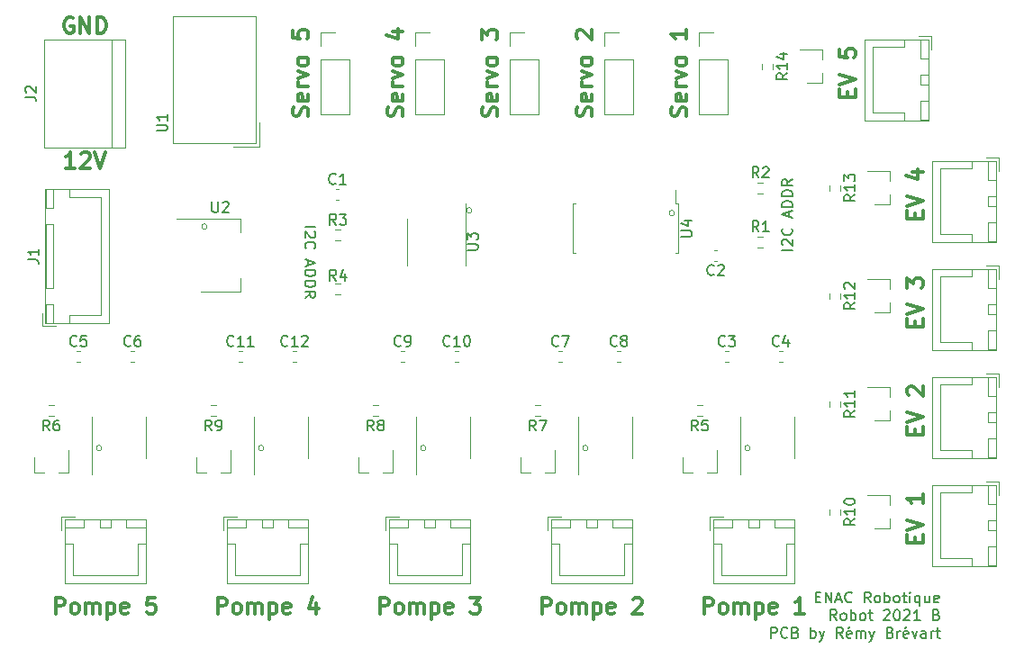
<source format=gbr>
%TF.GenerationSoftware,KiCad,Pcbnew,5.1.9*%
%TF.CreationDate,2021-03-25T13:41:33+01:00*%
%TF.ProjectId,kicad_robot_servos_ev_pompes,6b696361-645f-4726-9f62-6f745f736572,rev?*%
%TF.SameCoordinates,Original*%
%TF.FileFunction,Legend,Top*%
%TF.FilePolarity,Positive*%
%FSLAX46Y46*%
G04 Gerber Fmt 4.6, Leading zero omitted, Abs format (unit mm)*
G04 Created by KiCad (PCBNEW 5.1.9) date 2021-03-25 13:41:33*
%MOMM*%
%LPD*%
G01*
G04 APERTURE LIST*
%ADD10C,0.160000*%
%ADD11C,0.200000*%
%ADD12C,0.120000*%
%ADD13C,0.300000*%
%ADD14C,0.150000*%
G04 APERTURE END LIST*
D10*
X92828095Y-68966571D02*
X93161428Y-68966571D01*
X93304285Y-69490380D02*
X92828095Y-69490380D01*
X92828095Y-68490380D01*
X93304285Y-68490380D01*
X93732857Y-69490380D02*
X93732857Y-68490380D01*
X94304285Y-69490380D01*
X94304285Y-68490380D01*
X94732857Y-69204666D02*
X95209047Y-69204666D01*
X94637619Y-69490380D02*
X94970952Y-68490380D01*
X95304285Y-69490380D01*
X96209047Y-69395142D02*
X96161428Y-69442761D01*
X96018571Y-69490380D01*
X95923333Y-69490380D01*
X95780476Y-69442761D01*
X95685238Y-69347523D01*
X95637619Y-69252285D01*
X95590000Y-69061809D01*
X95590000Y-68918952D01*
X95637619Y-68728476D01*
X95685238Y-68633238D01*
X95780476Y-68538000D01*
X95923333Y-68490380D01*
X96018571Y-68490380D01*
X96161428Y-68538000D01*
X96209047Y-68585619D01*
X97970952Y-69490380D02*
X97637619Y-69014190D01*
X97399523Y-69490380D02*
X97399523Y-68490380D01*
X97780476Y-68490380D01*
X97875714Y-68538000D01*
X97923333Y-68585619D01*
X97970952Y-68680857D01*
X97970952Y-68823714D01*
X97923333Y-68918952D01*
X97875714Y-68966571D01*
X97780476Y-69014190D01*
X97399523Y-69014190D01*
X98542380Y-69490380D02*
X98447142Y-69442761D01*
X98399523Y-69395142D01*
X98351904Y-69299904D01*
X98351904Y-69014190D01*
X98399523Y-68918952D01*
X98447142Y-68871333D01*
X98542380Y-68823714D01*
X98685238Y-68823714D01*
X98780476Y-68871333D01*
X98828095Y-68918952D01*
X98875714Y-69014190D01*
X98875714Y-69299904D01*
X98828095Y-69395142D01*
X98780476Y-69442761D01*
X98685238Y-69490380D01*
X98542380Y-69490380D01*
X99304285Y-69490380D02*
X99304285Y-68490380D01*
X99304285Y-68871333D02*
X99399523Y-68823714D01*
X99590000Y-68823714D01*
X99685238Y-68871333D01*
X99732857Y-68918952D01*
X99780476Y-69014190D01*
X99780476Y-69299904D01*
X99732857Y-69395142D01*
X99685238Y-69442761D01*
X99590000Y-69490380D01*
X99399523Y-69490380D01*
X99304285Y-69442761D01*
X100351904Y-69490380D02*
X100256666Y-69442761D01*
X100209047Y-69395142D01*
X100161428Y-69299904D01*
X100161428Y-69014190D01*
X100209047Y-68918952D01*
X100256666Y-68871333D01*
X100351904Y-68823714D01*
X100494761Y-68823714D01*
X100590000Y-68871333D01*
X100637619Y-68918952D01*
X100685238Y-69014190D01*
X100685238Y-69299904D01*
X100637619Y-69395142D01*
X100590000Y-69442761D01*
X100494761Y-69490380D01*
X100351904Y-69490380D01*
X100970952Y-68823714D02*
X101351904Y-68823714D01*
X101113809Y-68490380D02*
X101113809Y-69347523D01*
X101161428Y-69442761D01*
X101256666Y-69490380D01*
X101351904Y-69490380D01*
X101685238Y-69490380D02*
X101685238Y-68823714D01*
X101685238Y-68490380D02*
X101637619Y-68538000D01*
X101685238Y-68585619D01*
X101732857Y-68538000D01*
X101685238Y-68490380D01*
X101685238Y-68585619D01*
X102590000Y-68823714D02*
X102590000Y-69823714D01*
X102590000Y-69442761D02*
X102494761Y-69490380D01*
X102304285Y-69490380D01*
X102209047Y-69442761D01*
X102161428Y-69395142D01*
X102113809Y-69299904D01*
X102113809Y-69014190D01*
X102161428Y-68918952D01*
X102209047Y-68871333D01*
X102304285Y-68823714D01*
X102494761Y-68823714D01*
X102590000Y-68871333D01*
X103494761Y-68823714D02*
X103494761Y-69490380D01*
X103066190Y-68823714D02*
X103066190Y-69347523D01*
X103113809Y-69442761D01*
X103209047Y-69490380D01*
X103351904Y-69490380D01*
X103447142Y-69442761D01*
X103494761Y-69395142D01*
X104351904Y-69442761D02*
X104256666Y-69490380D01*
X104066190Y-69490380D01*
X103970952Y-69442761D01*
X103923333Y-69347523D01*
X103923333Y-68966571D01*
X103970952Y-68871333D01*
X104066190Y-68823714D01*
X104256666Y-68823714D01*
X104351904Y-68871333D01*
X104399523Y-68966571D01*
X104399523Y-69061809D01*
X103923333Y-69157047D01*
X94780476Y-71150380D02*
X94447142Y-70674190D01*
X94209047Y-71150380D02*
X94209047Y-70150380D01*
X94589999Y-70150380D01*
X94685238Y-70198000D01*
X94732857Y-70245619D01*
X94780476Y-70340857D01*
X94780476Y-70483714D01*
X94732857Y-70578952D01*
X94685238Y-70626571D01*
X94589999Y-70674190D01*
X94209047Y-70674190D01*
X95351904Y-71150380D02*
X95256666Y-71102761D01*
X95209047Y-71055142D01*
X95161428Y-70959904D01*
X95161428Y-70674190D01*
X95209047Y-70578952D01*
X95256666Y-70531333D01*
X95351904Y-70483714D01*
X95494761Y-70483714D01*
X95589999Y-70531333D01*
X95637619Y-70578952D01*
X95685238Y-70674190D01*
X95685238Y-70959904D01*
X95637619Y-71055142D01*
X95589999Y-71102761D01*
X95494761Y-71150380D01*
X95351904Y-71150380D01*
X96113809Y-71150380D02*
X96113809Y-70150380D01*
X96113809Y-70531333D02*
X96209047Y-70483714D01*
X96399523Y-70483714D01*
X96494761Y-70531333D01*
X96542380Y-70578952D01*
X96589999Y-70674190D01*
X96589999Y-70959904D01*
X96542380Y-71055142D01*
X96494761Y-71102761D01*
X96399523Y-71150380D01*
X96209047Y-71150380D01*
X96113809Y-71102761D01*
X97161428Y-71150380D02*
X97066190Y-71102761D01*
X97018571Y-71055142D01*
X96970952Y-70959904D01*
X96970952Y-70674190D01*
X97018571Y-70578952D01*
X97066190Y-70531333D01*
X97161428Y-70483714D01*
X97304285Y-70483714D01*
X97399523Y-70531333D01*
X97447142Y-70578952D01*
X97494761Y-70674190D01*
X97494761Y-70959904D01*
X97447142Y-71055142D01*
X97399523Y-71102761D01*
X97304285Y-71150380D01*
X97161428Y-71150380D01*
X97780476Y-70483714D02*
X98161428Y-70483714D01*
X97923333Y-70150380D02*
X97923333Y-71007523D01*
X97970952Y-71102761D01*
X98066190Y-71150380D01*
X98161428Y-71150380D01*
X99209047Y-70245619D02*
X99256666Y-70198000D01*
X99351904Y-70150380D01*
X99590000Y-70150380D01*
X99685238Y-70198000D01*
X99732857Y-70245619D01*
X99780476Y-70340857D01*
X99780476Y-70436095D01*
X99732857Y-70578952D01*
X99161428Y-71150380D01*
X99780476Y-71150380D01*
X100399523Y-70150380D02*
X100494761Y-70150380D01*
X100590000Y-70198000D01*
X100637619Y-70245619D01*
X100685238Y-70340857D01*
X100732857Y-70531333D01*
X100732857Y-70769428D01*
X100685238Y-70959904D01*
X100637619Y-71055142D01*
X100590000Y-71102761D01*
X100494761Y-71150380D01*
X100399523Y-71150380D01*
X100304285Y-71102761D01*
X100256666Y-71055142D01*
X100209047Y-70959904D01*
X100161428Y-70769428D01*
X100161428Y-70531333D01*
X100209047Y-70340857D01*
X100256666Y-70245619D01*
X100304285Y-70198000D01*
X100399523Y-70150380D01*
X101113809Y-70245619D02*
X101161428Y-70198000D01*
X101256666Y-70150380D01*
X101494761Y-70150380D01*
X101590000Y-70198000D01*
X101637619Y-70245619D01*
X101685238Y-70340857D01*
X101685238Y-70436095D01*
X101637619Y-70578952D01*
X101066190Y-71150380D01*
X101685238Y-71150380D01*
X102637619Y-71150380D02*
X102066190Y-71150380D01*
X102351904Y-71150380D02*
X102351904Y-70150380D01*
X102256666Y-70293238D01*
X102161428Y-70388476D01*
X102066190Y-70436095D01*
X104161428Y-70626571D02*
X104304285Y-70674190D01*
X104351904Y-70721809D01*
X104399523Y-70817047D01*
X104399523Y-70959904D01*
X104351904Y-71055142D01*
X104304285Y-71102761D01*
X104209047Y-71150380D01*
X103828095Y-71150380D01*
X103828095Y-70150380D01*
X104161428Y-70150380D01*
X104256666Y-70198000D01*
X104304285Y-70245619D01*
X104351904Y-70340857D01*
X104351904Y-70436095D01*
X104304285Y-70531333D01*
X104256666Y-70578952D01*
X104161428Y-70626571D01*
X103828095Y-70626571D01*
X88590000Y-72810380D02*
X88590000Y-71810380D01*
X88970952Y-71810380D01*
X89066190Y-71858000D01*
X89113809Y-71905619D01*
X89161428Y-72000857D01*
X89161428Y-72143714D01*
X89113809Y-72238952D01*
X89066190Y-72286571D01*
X88970952Y-72334190D01*
X88590000Y-72334190D01*
X90161428Y-72715142D02*
X90113809Y-72762761D01*
X89970952Y-72810380D01*
X89875714Y-72810380D01*
X89732857Y-72762761D01*
X89637619Y-72667523D01*
X89590000Y-72572285D01*
X89542380Y-72381809D01*
X89542380Y-72238952D01*
X89590000Y-72048476D01*
X89637619Y-71953238D01*
X89732857Y-71858000D01*
X89875714Y-71810380D01*
X89970952Y-71810380D01*
X90113809Y-71858000D01*
X90161428Y-71905619D01*
X90923333Y-72286571D02*
X91066190Y-72334190D01*
X91113809Y-72381809D01*
X91161428Y-72477047D01*
X91161428Y-72619904D01*
X91113809Y-72715142D01*
X91066190Y-72762761D01*
X90970952Y-72810380D01*
X90590000Y-72810380D01*
X90590000Y-71810380D01*
X90923333Y-71810380D01*
X91018571Y-71858000D01*
X91066190Y-71905619D01*
X91113809Y-72000857D01*
X91113809Y-72096095D01*
X91066190Y-72191333D01*
X91018571Y-72238952D01*
X90923333Y-72286571D01*
X90590000Y-72286571D01*
X92351904Y-72810380D02*
X92351904Y-71810380D01*
X92351904Y-72191333D02*
X92447142Y-72143714D01*
X92637619Y-72143714D01*
X92732857Y-72191333D01*
X92780476Y-72238952D01*
X92828095Y-72334190D01*
X92828095Y-72619904D01*
X92780476Y-72715142D01*
X92732857Y-72762761D01*
X92637619Y-72810380D01*
X92447142Y-72810380D01*
X92351904Y-72762761D01*
X93161428Y-72143714D02*
X93399523Y-72810380D01*
X93637619Y-72143714D02*
X93399523Y-72810380D01*
X93304285Y-73048476D01*
X93256666Y-73096095D01*
X93161428Y-73143714D01*
X95351904Y-72810380D02*
X95018571Y-72334190D01*
X94780476Y-72810380D02*
X94780476Y-71810380D01*
X95161428Y-71810380D01*
X95256666Y-71858000D01*
X95304285Y-71905619D01*
X95351904Y-72000857D01*
X95351904Y-72143714D01*
X95304285Y-72238952D01*
X95256666Y-72286571D01*
X95161428Y-72334190D01*
X94780476Y-72334190D01*
X96161428Y-72762761D02*
X96066190Y-72810380D01*
X95875714Y-72810380D01*
X95780476Y-72762761D01*
X95732857Y-72667523D01*
X95732857Y-72286571D01*
X95780476Y-72191333D01*
X95875714Y-72143714D01*
X96066190Y-72143714D01*
X96161428Y-72191333D01*
X96209047Y-72286571D01*
X96209047Y-72381809D01*
X95732857Y-72477047D01*
X96066190Y-71762761D02*
X95923333Y-71905619D01*
X96637619Y-72810380D02*
X96637619Y-72143714D01*
X96637619Y-72238952D02*
X96685238Y-72191333D01*
X96780476Y-72143714D01*
X96923333Y-72143714D01*
X97018571Y-72191333D01*
X97066190Y-72286571D01*
X97066190Y-72810380D01*
X97066190Y-72286571D02*
X97113809Y-72191333D01*
X97209047Y-72143714D01*
X97351904Y-72143714D01*
X97447142Y-72191333D01*
X97494761Y-72286571D01*
X97494761Y-72810380D01*
X97875714Y-72143714D02*
X98113809Y-72810380D01*
X98351904Y-72143714D02*
X98113809Y-72810380D01*
X98018571Y-73048476D01*
X97970952Y-73096095D01*
X97875714Y-73143714D01*
X99828095Y-72286571D02*
X99970952Y-72334190D01*
X100018571Y-72381809D01*
X100066190Y-72477047D01*
X100066190Y-72619904D01*
X100018571Y-72715142D01*
X99970952Y-72762761D01*
X99875714Y-72810380D01*
X99494761Y-72810380D01*
X99494761Y-71810380D01*
X99828095Y-71810380D01*
X99923333Y-71858000D01*
X99970952Y-71905619D01*
X100018571Y-72000857D01*
X100018571Y-72096095D01*
X99970952Y-72191333D01*
X99923333Y-72238952D01*
X99828095Y-72286571D01*
X99494761Y-72286571D01*
X100494761Y-72810380D02*
X100494761Y-72143714D01*
X100494761Y-72334190D02*
X100542380Y-72238952D01*
X100590000Y-72191333D01*
X100685238Y-72143714D01*
X100780476Y-72143714D01*
X101494761Y-72762761D02*
X101399523Y-72810380D01*
X101209047Y-72810380D01*
X101113809Y-72762761D01*
X101066190Y-72667523D01*
X101066190Y-72286571D01*
X101113809Y-72191333D01*
X101209047Y-72143714D01*
X101399523Y-72143714D01*
X101494761Y-72191333D01*
X101542380Y-72286571D01*
X101542380Y-72381809D01*
X101066190Y-72477047D01*
X101399523Y-71762761D02*
X101256666Y-71905619D01*
X101875714Y-72143714D02*
X102113809Y-72810380D01*
X102351904Y-72143714D01*
X103161428Y-72810380D02*
X103161428Y-72286571D01*
X103113809Y-72191333D01*
X103018571Y-72143714D01*
X102828095Y-72143714D01*
X102732857Y-72191333D01*
X103161428Y-72762761D02*
X103066190Y-72810380D01*
X102828095Y-72810380D01*
X102732857Y-72762761D01*
X102685238Y-72667523D01*
X102685238Y-72572285D01*
X102732857Y-72477047D01*
X102828095Y-72429428D01*
X103066190Y-72429428D01*
X103161428Y-72381809D01*
X103637619Y-72810380D02*
X103637619Y-72143714D01*
X103637619Y-72334190D02*
X103685238Y-72238952D01*
X103732857Y-72191333D01*
X103828095Y-72143714D01*
X103923333Y-72143714D01*
X104113809Y-72143714D02*
X104494761Y-72143714D01*
X104256666Y-71810380D02*
X104256666Y-72667523D01*
X104304285Y-72762761D01*
X104399523Y-72810380D01*
X104494761Y-72810380D01*
D11*
X44805619Y-34179285D02*
X45805619Y-34179285D01*
X45710380Y-34607857D02*
X45758000Y-34655476D01*
X45805619Y-34750714D01*
X45805619Y-34988809D01*
X45758000Y-35084047D01*
X45710380Y-35131666D01*
X45615142Y-35179285D01*
X45519904Y-35179285D01*
X45377047Y-35131666D01*
X44805619Y-34560238D01*
X44805619Y-35179285D01*
X44900857Y-36179285D02*
X44853238Y-36131666D01*
X44805619Y-35988809D01*
X44805619Y-35893571D01*
X44853238Y-35750714D01*
X44948476Y-35655476D01*
X45043714Y-35607857D01*
X45234190Y-35560238D01*
X45377047Y-35560238D01*
X45567523Y-35607857D01*
X45662761Y-35655476D01*
X45758000Y-35750714D01*
X45805619Y-35893571D01*
X45805619Y-35988809D01*
X45758000Y-36131666D01*
X45710380Y-36179285D01*
X45091333Y-37322142D02*
X45091333Y-37798333D01*
X44805619Y-37226904D02*
X45805619Y-37560238D01*
X44805619Y-37893571D01*
X44805619Y-38226904D02*
X45805619Y-38226904D01*
X45805619Y-38465000D01*
X45758000Y-38607857D01*
X45662761Y-38703095D01*
X45567523Y-38750714D01*
X45377047Y-38798333D01*
X45234190Y-38798333D01*
X45043714Y-38750714D01*
X44948476Y-38703095D01*
X44853238Y-38607857D01*
X44805619Y-38465000D01*
X44805619Y-38226904D01*
X44805619Y-39226904D02*
X45805619Y-39226904D01*
X45805619Y-39465000D01*
X45758000Y-39607857D01*
X45662761Y-39703095D01*
X45567523Y-39750714D01*
X45377047Y-39798333D01*
X45234190Y-39798333D01*
X45043714Y-39750714D01*
X44948476Y-39703095D01*
X44853238Y-39607857D01*
X44805619Y-39465000D01*
X44805619Y-39226904D01*
X44805619Y-40798333D02*
X45281809Y-40465000D01*
X44805619Y-40226904D02*
X45805619Y-40226904D01*
X45805619Y-40607857D01*
X45758000Y-40703095D01*
X45710380Y-40750714D01*
X45615142Y-40798333D01*
X45472285Y-40798333D01*
X45377047Y-40750714D01*
X45329428Y-40703095D01*
X45281809Y-40607857D01*
X45281809Y-40226904D01*
D12*
X35606000Y-34122000D02*
G75*
G03*
X35606000Y-34122000I-254000J0D01*
G01*
X79548000Y-32852000D02*
G75*
G03*
X79548000Y-32852000I-254000J0D01*
G01*
X60498000Y-32598000D02*
G75*
G03*
X60498000Y-32598000I-254000J0D01*
G01*
X86660000Y-54950000D02*
G75*
G03*
X86660000Y-54950000I-254000J0D01*
G01*
X71420000Y-54950000D02*
G75*
G03*
X71420000Y-54950000I-254000J0D01*
G01*
X56180000Y-54950000D02*
G75*
G03*
X56180000Y-54950000I-254000J0D01*
G01*
X40940000Y-54950000D02*
G75*
G03*
X40940000Y-54950000I-254000J0D01*
G01*
X25700000Y-54950000D02*
G75*
G03*
X25700000Y-54950000I-254000J0D01*
G01*
D11*
X90622380Y-36305714D02*
X89622380Y-36305714D01*
X89717619Y-35877142D02*
X89670000Y-35829523D01*
X89622380Y-35734285D01*
X89622380Y-35496190D01*
X89670000Y-35400952D01*
X89717619Y-35353333D01*
X89812857Y-35305714D01*
X89908095Y-35305714D01*
X90050952Y-35353333D01*
X90622380Y-35924761D01*
X90622380Y-35305714D01*
X90527142Y-34305714D02*
X90574761Y-34353333D01*
X90622380Y-34496190D01*
X90622380Y-34591428D01*
X90574761Y-34734285D01*
X90479523Y-34829523D01*
X90384285Y-34877142D01*
X90193809Y-34924761D01*
X90050952Y-34924761D01*
X89860476Y-34877142D01*
X89765238Y-34829523D01*
X89670000Y-34734285D01*
X89622380Y-34591428D01*
X89622380Y-34496190D01*
X89670000Y-34353333D01*
X89717619Y-34305714D01*
X90336666Y-33162857D02*
X90336666Y-32686666D01*
X90622380Y-33258095D02*
X89622380Y-32924761D01*
X90622380Y-32591428D01*
X90622380Y-32258095D02*
X89622380Y-32258095D01*
X89622380Y-32020000D01*
X89670000Y-31877142D01*
X89765238Y-31781904D01*
X89860476Y-31734285D01*
X90050952Y-31686666D01*
X90193809Y-31686666D01*
X90384285Y-31734285D01*
X90479523Y-31781904D01*
X90574761Y-31877142D01*
X90622380Y-32020000D01*
X90622380Y-32258095D01*
X90622380Y-31258095D02*
X89622380Y-31258095D01*
X89622380Y-31020000D01*
X89670000Y-30877142D01*
X89765238Y-30781904D01*
X89860476Y-30734285D01*
X90050952Y-30686666D01*
X90193809Y-30686666D01*
X90384285Y-30734285D01*
X90479523Y-30781904D01*
X90574761Y-30877142D01*
X90622380Y-31020000D01*
X90622380Y-31258095D01*
X90622380Y-29686666D02*
X90146190Y-30020000D01*
X90622380Y-30258095D02*
X89622380Y-30258095D01*
X89622380Y-29877142D01*
X89670000Y-29781904D01*
X89717619Y-29734285D01*
X89812857Y-29686666D01*
X89955714Y-29686666D01*
X90050952Y-29734285D01*
X90098571Y-29781904D01*
X90146190Y-29877142D01*
X90146190Y-30258095D01*
D13*
X22987142Y-14490000D02*
X22844285Y-14418571D01*
X22630000Y-14418571D01*
X22415714Y-14490000D01*
X22272857Y-14632857D01*
X22201428Y-14775714D01*
X22130000Y-15061428D01*
X22130000Y-15275714D01*
X22201428Y-15561428D01*
X22272857Y-15704285D01*
X22415714Y-15847142D01*
X22630000Y-15918571D01*
X22772857Y-15918571D01*
X22987142Y-15847142D01*
X23058571Y-15775714D01*
X23058571Y-15275714D01*
X22772857Y-15275714D01*
X23701428Y-15918571D02*
X23701428Y-14418571D01*
X24558571Y-15918571D01*
X24558571Y-14418571D01*
X25272857Y-15918571D02*
X25272857Y-14418571D01*
X25630000Y-14418571D01*
X25844285Y-14490000D01*
X25987142Y-14632857D01*
X26058571Y-14775714D01*
X26130000Y-15061428D01*
X26130000Y-15275714D01*
X26058571Y-15561428D01*
X25987142Y-15704285D01*
X25844285Y-15847142D01*
X25630000Y-15918571D01*
X25272857Y-15918571D01*
X23201428Y-28618571D02*
X22344285Y-28618571D01*
X22772857Y-28618571D02*
X22772857Y-27118571D01*
X22630000Y-27332857D01*
X22487142Y-27475714D01*
X22344285Y-27547142D01*
X23772857Y-27261428D02*
X23844285Y-27190000D01*
X23987142Y-27118571D01*
X24344285Y-27118571D01*
X24487142Y-27190000D01*
X24558571Y-27261428D01*
X24630000Y-27404285D01*
X24630000Y-27547142D01*
X24558571Y-27761428D01*
X23701428Y-28618571D01*
X24630000Y-28618571D01*
X25058571Y-27118571D02*
X25558571Y-28618571D01*
X26058571Y-27118571D01*
X102127857Y-63845000D02*
X102127857Y-63345000D01*
X102913571Y-63130714D02*
X102913571Y-63845000D01*
X101413571Y-63845000D01*
X101413571Y-63130714D01*
X101413571Y-62702142D02*
X102913571Y-62202142D01*
X101413571Y-61702142D01*
X102913571Y-59273571D02*
X102913571Y-60130714D01*
X102913571Y-59702142D02*
X101413571Y-59702142D01*
X101627857Y-59845000D01*
X101770714Y-59987857D01*
X101842142Y-60130714D01*
X102127857Y-53685000D02*
X102127857Y-53185000D01*
X102913571Y-52970714D02*
X102913571Y-53685000D01*
X101413571Y-53685000D01*
X101413571Y-52970714D01*
X101413571Y-52542142D02*
X102913571Y-52042142D01*
X101413571Y-51542142D01*
X101556428Y-49970714D02*
X101485000Y-49899285D01*
X101413571Y-49756428D01*
X101413571Y-49399285D01*
X101485000Y-49256428D01*
X101556428Y-49185000D01*
X101699285Y-49113571D01*
X101842142Y-49113571D01*
X102056428Y-49185000D01*
X102913571Y-50042142D01*
X102913571Y-49113571D01*
X102127857Y-43525000D02*
X102127857Y-43025000D01*
X102913571Y-42810714D02*
X102913571Y-43525000D01*
X101413571Y-43525000D01*
X101413571Y-42810714D01*
X101413571Y-42382142D02*
X102913571Y-41882142D01*
X101413571Y-41382142D01*
X101413571Y-39882142D02*
X101413571Y-38953571D01*
X101985000Y-39453571D01*
X101985000Y-39239285D01*
X102056428Y-39096428D01*
X102127857Y-39025000D01*
X102270714Y-38953571D01*
X102627857Y-38953571D01*
X102770714Y-39025000D01*
X102842142Y-39096428D01*
X102913571Y-39239285D01*
X102913571Y-39667857D01*
X102842142Y-39810714D01*
X102770714Y-39882142D01*
X102127857Y-33365000D02*
X102127857Y-32865000D01*
X102913571Y-32650714D02*
X102913571Y-33365000D01*
X101413571Y-33365000D01*
X101413571Y-32650714D01*
X101413571Y-32222142D02*
X102913571Y-31722142D01*
X101413571Y-31222142D01*
X101913571Y-28936428D02*
X102913571Y-28936428D01*
X101342142Y-29293571D02*
X102413571Y-29650714D01*
X102413571Y-28722142D01*
X95777857Y-21935000D02*
X95777857Y-21435000D01*
X96563571Y-21220714D02*
X96563571Y-21935000D01*
X95063571Y-21935000D01*
X95063571Y-21220714D01*
X95063571Y-20792142D02*
X96563571Y-20292142D01*
X95063571Y-19792142D01*
X95063571Y-17435000D02*
X95063571Y-18149285D01*
X95777857Y-18220714D01*
X95706428Y-18149285D01*
X95635000Y-18006428D01*
X95635000Y-17649285D01*
X95706428Y-17506428D01*
X95777857Y-17435000D01*
X95920714Y-17363571D01*
X96277857Y-17363571D01*
X96420714Y-17435000D01*
X96492142Y-17506428D01*
X96563571Y-17649285D01*
X96563571Y-18006428D01*
X96492142Y-18149285D01*
X96420714Y-18220714D01*
X21356428Y-70528571D02*
X21356428Y-69028571D01*
X21927857Y-69028571D01*
X22070714Y-69100000D01*
X22142142Y-69171428D01*
X22213571Y-69314285D01*
X22213571Y-69528571D01*
X22142142Y-69671428D01*
X22070714Y-69742857D01*
X21927857Y-69814285D01*
X21356428Y-69814285D01*
X23070714Y-70528571D02*
X22927857Y-70457142D01*
X22856428Y-70385714D01*
X22785000Y-70242857D01*
X22785000Y-69814285D01*
X22856428Y-69671428D01*
X22927857Y-69600000D01*
X23070714Y-69528571D01*
X23285000Y-69528571D01*
X23427857Y-69600000D01*
X23499285Y-69671428D01*
X23570714Y-69814285D01*
X23570714Y-70242857D01*
X23499285Y-70385714D01*
X23427857Y-70457142D01*
X23285000Y-70528571D01*
X23070714Y-70528571D01*
X24213571Y-70528571D02*
X24213571Y-69528571D01*
X24213571Y-69671428D02*
X24285000Y-69600000D01*
X24427857Y-69528571D01*
X24642142Y-69528571D01*
X24785000Y-69600000D01*
X24856428Y-69742857D01*
X24856428Y-70528571D01*
X24856428Y-69742857D02*
X24927857Y-69600000D01*
X25070714Y-69528571D01*
X25285000Y-69528571D01*
X25427857Y-69600000D01*
X25499285Y-69742857D01*
X25499285Y-70528571D01*
X26213571Y-69528571D02*
X26213571Y-71028571D01*
X26213571Y-69600000D02*
X26356428Y-69528571D01*
X26642142Y-69528571D01*
X26785000Y-69600000D01*
X26856428Y-69671428D01*
X26927857Y-69814285D01*
X26927857Y-70242857D01*
X26856428Y-70385714D01*
X26785000Y-70457142D01*
X26642142Y-70528571D01*
X26356428Y-70528571D01*
X26213571Y-70457142D01*
X28142142Y-70457142D02*
X27999285Y-70528571D01*
X27713571Y-70528571D01*
X27570714Y-70457142D01*
X27499285Y-70314285D01*
X27499285Y-69742857D01*
X27570714Y-69600000D01*
X27713571Y-69528571D01*
X27999285Y-69528571D01*
X28142142Y-69600000D01*
X28213571Y-69742857D01*
X28213571Y-69885714D01*
X27499285Y-70028571D01*
X30713571Y-69028571D02*
X29999285Y-69028571D01*
X29927857Y-69742857D01*
X29999285Y-69671428D01*
X30142142Y-69600000D01*
X30499285Y-69600000D01*
X30642142Y-69671428D01*
X30713571Y-69742857D01*
X30785000Y-69885714D01*
X30785000Y-70242857D01*
X30713571Y-70385714D01*
X30642142Y-70457142D01*
X30499285Y-70528571D01*
X30142142Y-70528571D01*
X29999285Y-70457142D01*
X29927857Y-70385714D01*
X36596428Y-70528571D02*
X36596428Y-69028571D01*
X37167857Y-69028571D01*
X37310714Y-69100000D01*
X37382142Y-69171428D01*
X37453571Y-69314285D01*
X37453571Y-69528571D01*
X37382142Y-69671428D01*
X37310714Y-69742857D01*
X37167857Y-69814285D01*
X36596428Y-69814285D01*
X38310714Y-70528571D02*
X38167857Y-70457142D01*
X38096428Y-70385714D01*
X38025000Y-70242857D01*
X38025000Y-69814285D01*
X38096428Y-69671428D01*
X38167857Y-69600000D01*
X38310714Y-69528571D01*
X38525000Y-69528571D01*
X38667857Y-69600000D01*
X38739285Y-69671428D01*
X38810714Y-69814285D01*
X38810714Y-70242857D01*
X38739285Y-70385714D01*
X38667857Y-70457142D01*
X38525000Y-70528571D01*
X38310714Y-70528571D01*
X39453571Y-70528571D02*
X39453571Y-69528571D01*
X39453571Y-69671428D02*
X39525000Y-69600000D01*
X39667857Y-69528571D01*
X39882142Y-69528571D01*
X40025000Y-69600000D01*
X40096428Y-69742857D01*
X40096428Y-70528571D01*
X40096428Y-69742857D02*
X40167857Y-69600000D01*
X40310714Y-69528571D01*
X40525000Y-69528571D01*
X40667857Y-69600000D01*
X40739285Y-69742857D01*
X40739285Y-70528571D01*
X41453571Y-69528571D02*
X41453571Y-71028571D01*
X41453571Y-69600000D02*
X41596428Y-69528571D01*
X41882142Y-69528571D01*
X42025000Y-69600000D01*
X42096428Y-69671428D01*
X42167857Y-69814285D01*
X42167857Y-70242857D01*
X42096428Y-70385714D01*
X42025000Y-70457142D01*
X41882142Y-70528571D01*
X41596428Y-70528571D01*
X41453571Y-70457142D01*
X43382142Y-70457142D02*
X43239285Y-70528571D01*
X42953571Y-70528571D01*
X42810714Y-70457142D01*
X42739285Y-70314285D01*
X42739285Y-69742857D01*
X42810714Y-69600000D01*
X42953571Y-69528571D01*
X43239285Y-69528571D01*
X43382142Y-69600000D01*
X43453571Y-69742857D01*
X43453571Y-69885714D01*
X42739285Y-70028571D01*
X45882142Y-69528571D02*
X45882142Y-70528571D01*
X45525000Y-68957142D02*
X45167857Y-70028571D01*
X46096428Y-70028571D01*
X51836428Y-70528571D02*
X51836428Y-69028571D01*
X52407857Y-69028571D01*
X52550714Y-69100000D01*
X52622142Y-69171428D01*
X52693571Y-69314285D01*
X52693571Y-69528571D01*
X52622142Y-69671428D01*
X52550714Y-69742857D01*
X52407857Y-69814285D01*
X51836428Y-69814285D01*
X53550714Y-70528571D02*
X53407857Y-70457142D01*
X53336428Y-70385714D01*
X53265000Y-70242857D01*
X53265000Y-69814285D01*
X53336428Y-69671428D01*
X53407857Y-69600000D01*
X53550714Y-69528571D01*
X53765000Y-69528571D01*
X53907857Y-69600000D01*
X53979285Y-69671428D01*
X54050714Y-69814285D01*
X54050714Y-70242857D01*
X53979285Y-70385714D01*
X53907857Y-70457142D01*
X53765000Y-70528571D01*
X53550714Y-70528571D01*
X54693571Y-70528571D02*
X54693571Y-69528571D01*
X54693571Y-69671428D02*
X54765000Y-69600000D01*
X54907857Y-69528571D01*
X55122142Y-69528571D01*
X55265000Y-69600000D01*
X55336428Y-69742857D01*
X55336428Y-70528571D01*
X55336428Y-69742857D02*
X55407857Y-69600000D01*
X55550714Y-69528571D01*
X55765000Y-69528571D01*
X55907857Y-69600000D01*
X55979285Y-69742857D01*
X55979285Y-70528571D01*
X56693571Y-69528571D02*
X56693571Y-71028571D01*
X56693571Y-69600000D02*
X56836428Y-69528571D01*
X57122142Y-69528571D01*
X57265000Y-69600000D01*
X57336428Y-69671428D01*
X57407857Y-69814285D01*
X57407857Y-70242857D01*
X57336428Y-70385714D01*
X57265000Y-70457142D01*
X57122142Y-70528571D01*
X56836428Y-70528571D01*
X56693571Y-70457142D01*
X58622142Y-70457142D02*
X58479285Y-70528571D01*
X58193571Y-70528571D01*
X58050714Y-70457142D01*
X57979285Y-70314285D01*
X57979285Y-69742857D01*
X58050714Y-69600000D01*
X58193571Y-69528571D01*
X58479285Y-69528571D01*
X58622142Y-69600000D01*
X58693571Y-69742857D01*
X58693571Y-69885714D01*
X57979285Y-70028571D01*
X60336428Y-69028571D02*
X61265000Y-69028571D01*
X60765000Y-69600000D01*
X60979285Y-69600000D01*
X61122142Y-69671428D01*
X61193571Y-69742857D01*
X61265000Y-69885714D01*
X61265000Y-70242857D01*
X61193571Y-70385714D01*
X61122142Y-70457142D01*
X60979285Y-70528571D01*
X60550714Y-70528571D01*
X60407857Y-70457142D01*
X60336428Y-70385714D01*
X67076428Y-70528571D02*
X67076428Y-69028571D01*
X67647857Y-69028571D01*
X67790714Y-69100000D01*
X67862142Y-69171428D01*
X67933571Y-69314285D01*
X67933571Y-69528571D01*
X67862142Y-69671428D01*
X67790714Y-69742857D01*
X67647857Y-69814285D01*
X67076428Y-69814285D01*
X68790714Y-70528571D02*
X68647857Y-70457142D01*
X68576428Y-70385714D01*
X68505000Y-70242857D01*
X68505000Y-69814285D01*
X68576428Y-69671428D01*
X68647857Y-69600000D01*
X68790714Y-69528571D01*
X69005000Y-69528571D01*
X69147857Y-69600000D01*
X69219285Y-69671428D01*
X69290714Y-69814285D01*
X69290714Y-70242857D01*
X69219285Y-70385714D01*
X69147857Y-70457142D01*
X69005000Y-70528571D01*
X68790714Y-70528571D01*
X69933571Y-70528571D02*
X69933571Y-69528571D01*
X69933571Y-69671428D02*
X70005000Y-69600000D01*
X70147857Y-69528571D01*
X70362142Y-69528571D01*
X70505000Y-69600000D01*
X70576428Y-69742857D01*
X70576428Y-70528571D01*
X70576428Y-69742857D02*
X70647857Y-69600000D01*
X70790714Y-69528571D01*
X71005000Y-69528571D01*
X71147857Y-69600000D01*
X71219285Y-69742857D01*
X71219285Y-70528571D01*
X71933571Y-69528571D02*
X71933571Y-71028571D01*
X71933571Y-69600000D02*
X72076428Y-69528571D01*
X72362142Y-69528571D01*
X72505000Y-69600000D01*
X72576428Y-69671428D01*
X72647857Y-69814285D01*
X72647857Y-70242857D01*
X72576428Y-70385714D01*
X72505000Y-70457142D01*
X72362142Y-70528571D01*
X72076428Y-70528571D01*
X71933571Y-70457142D01*
X73862142Y-70457142D02*
X73719285Y-70528571D01*
X73433571Y-70528571D01*
X73290714Y-70457142D01*
X73219285Y-70314285D01*
X73219285Y-69742857D01*
X73290714Y-69600000D01*
X73433571Y-69528571D01*
X73719285Y-69528571D01*
X73862142Y-69600000D01*
X73933571Y-69742857D01*
X73933571Y-69885714D01*
X73219285Y-70028571D01*
X75647857Y-69171428D02*
X75719285Y-69100000D01*
X75862142Y-69028571D01*
X76219285Y-69028571D01*
X76362142Y-69100000D01*
X76433571Y-69171428D01*
X76505000Y-69314285D01*
X76505000Y-69457142D01*
X76433571Y-69671428D01*
X75576428Y-70528571D01*
X76505000Y-70528571D01*
X82316428Y-70528571D02*
X82316428Y-69028571D01*
X82887857Y-69028571D01*
X83030714Y-69100000D01*
X83102142Y-69171428D01*
X83173571Y-69314285D01*
X83173571Y-69528571D01*
X83102142Y-69671428D01*
X83030714Y-69742857D01*
X82887857Y-69814285D01*
X82316428Y-69814285D01*
X84030714Y-70528571D02*
X83887857Y-70457142D01*
X83816428Y-70385714D01*
X83745000Y-70242857D01*
X83745000Y-69814285D01*
X83816428Y-69671428D01*
X83887857Y-69600000D01*
X84030714Y-69528571D01*
X84245000Y-69528571D01*
X84387857Y-69600000D01*
X84459285Y-69671428D01*
X84530714Y-69814285D01*
X84530714Y-70242857D01*
X84459285Y-70385714D01*
X84387857Y-70457142D01*
X84245000Y-70528571D01*
X84030714Y-70528571D01*
X85173571Y-70528571D02*
X85173571Y-69528571D01*
X85173571Y-69671428D02*
X85245000Y-69600000D01*
X85387857Y-69528571D01*
X85602142Y-69528571D01*
X85745000Y-69600000D01*
X85816428Y-69742857D01*
X85816428Y-70528571D01*
X85816428Y-69742857D02*
X85887857Y-69600000D01*
X86030714Y-69528571D01*
X86245000Y-69528571D01*
X86387857Y-69600000D01*
X86459285Y-69742857D01*
X86459285Y-70528571D01*
X87173571Y-69528571D02*
X87173571Y-71028571D01*
X87173571Y-69600000D02*
X87316428Y-69528571D01*
X87602142Y-69528571D01*
X87745000Y-69600000D01*
X87816428Y-69671428D01*
X87887857Y-69814285D01*
X87887857Y-70242857D01*
X87816428Y-70385714D01*
X87745000Y-70457142D01*
X87602142Y-70528571D01*
X87316428Y-70528571D01*
X87173571Y-70457142D01*
X89102142Y-70457142D02*
X88959285Y-70528571D01*
X88673571Y-70528571D01*
X88530714Y-70457142D01*
X88459285Y-70314285D01*
X88459285Y-69742857D01*
X88530714Y-69600000D01*
X88673571Y-69528571D01*
X88959285Y-69528571D01*
X89102142Y-69600000D01*
X89173571Y-69742857D01*
X89173571Y-69885714D01*
X88459285Y-70028571D01*
X91745000Y-70528571D02*
X90887857Y-70528571D01*
X91316428Y-70528571D02*
X91316428Y-69028571D01*
X91173571Y-69242857D01*
X91030714Y-69385714D01*
X90887857Y-69457142D01*
X45057142Y-23756428D02*
X45128571Y-23542142D01*
X45128571Y-23185000D01*
X45057142Y-23042142D01*
X44985714Y-22970714D01*
X44842857Y-22899285D01*
X44700000Y-22899285D01*
X44557142Y-22970714D01*
X44485714Y-23042142D01*
X44414285Y-23185000D01*
X44342857Y-23470714D01*
X44271428Y-23613571D01*
X44200000Y-23685000D01*
X44057142Y-23756428D01*
X43914285Y-23756428D01*
X43771428Y-23685000D01*
X43700000Y-23613571D01*
X43628571Y-23470714D01*
X43628571Y-23113571D01*
X43700000Y-22899285D01*
X45057142Y-21685000D02*
X45128571Y-21827857D01*
X45128571Y-22113571D01*
X45057142Y-22256428D01*
X44914285Y-22327857D01*
X44342857Y-22327857D01*
X44200000Y-22256428D01*
X44128571Y-22113571D01*
X44128571Y-21827857D01*
X44200000Y-21685000D01*
X44342857Y-21613571D01*
X44485714Y-21613571D01*
X44628571Y-22327857D01*
X45128571Y-20970714D02*
X44128571Y-20970714D01*
X44414285Y-20970714D02*
X44271428Y-20899285D01*
X44200000Y-20827857D01*
X44128571Y-20685000D01*
X44128571Y-20542142D01*
X44128571Y-20185000D02*
X45128571Y-19827857D01*
X44128571Y-19470714D01*
X45128571Y-18685000D02*
X45057142Y-18827857D01*
X44985714Y-18899285D01*
X44842857Y-18970714D01*
X44414285Y-18970714D01*
X44271428Y-18899285D01*
X44200000Y-18827857D01*
X44128571Y-18685000D01*
X44128571Y-18470714D01*
X44200000Y-18327857D01*
X44271428Y-18256428D01*
X44414285Y-18185000D01*
X44842857Y-18185000D01*
X44985714Y-18256428D01*
X45057142Y-18327857D01*
X45128571Y-18470714D01*
X45128571Y-18685000D01*
X43628571Y-15685000D02*
X43628571Y-16399285D01*
X44342857Y-16470714D01*
X44271428Y-16399285D01*
X44200000Y-16256428D01*
X44200000Y-15899285D01*
X44271428Y-15756428D01*
X44342857Y-15685000D01*
X44485714Y-15613571D01*
X44842857Y-15613571D01*
X44985714Y-15685000D01*
X45057142Y-15756428D01*
X45128571Y-15899285D01*
X45128571Y-16256428D01*
X45057142Y-16399285D01*
X44985714Y-16470714D01*
X53947142Y-23756428D02*
X54018571Y-23542142D01*
X54018571Y-23185000D01*
X53947142Y-23042142D01*
X53875714Y-22970714D01*
X53732857Y-22899285D01*
X53590000Y-22899285D01*
X53447142Y-22970714D01*
X53375714Y-23042142D01*
X53304285Y-23185000D01*
X53232857Y-23470714D01*
X53161428Y-23613571D01*
X53090000Y-23685000D01*
X52947142Y-23756428D01*
X52804285Y-23756428D01*
X52661428Y-23685000D01*
X52590000Y-23613571D01*
X52518571Y-23470714D01*
X52518571Y-23113571D01*
X52590000Y-22899285D01*
X53947142Y-21685000D02*
X54018571Y-21827857D01*
X54018571Y-22113571D01*
X53947142Y-22256428D01*
X53804285Y-22327857D01*
X53232857Y-22327857D01*
X53090000Y-22256428D01*
X53018571Y-22113571D01*
X53018571Y-21827857D01*
X53090000Y-21685000D01*
X53232857Y-21613571D01*
X53375714Y-21613571D01*
X53518571Y-22327857D01*
X54018571Y-20970714D02*
X53018571Y-20970714D01*
X53304285Y-20970714D02*
X53161428Y-20899285D01*
X53090000Y-20827857D01*
X53018571Y-20685000D01*
X53018571Y-20542142D01*
X53018571Y-20185000D02*
X54018571Y-19827857D01*
X53018571Y-19470714D01*
X54018571Y-18685000D02*
X53947142Y-18827857D01*
X53875714Y-18899285D01*
X53732857Y-18970714D01*
X53304285Y-18970714D01*
X53161428Y-18899285D01*
X53090000Y-18827857D01*
X53018571Y-18685000D01*
X53018571Y-18470714D01*
X53090000Y-18327857D01*
X53161428Y-18256428D01*
X53304285Y-18185000D01*
X53732857Y-18185000D01*
X53875714Y-18256428D01*
X53947142Y-18327857D01*
X54018571Y-18470714D01*
X54018571Y-18685000D01*
X53018571Y-15756428D02*
X54018571Y-15756428D01*
X52447142Y-16113571D02*
X53518571Y-16470714D01*
X53518571Y-15542142D01*
X62837142Y-23756428D02*
X62908571Y-23542142D01*
X62908571Y-23185000D01*
X62837142Y-23042142D01*
X62765714Y-22970714D01*
X62622857Y-22899285D01*
X62480000Y-22899285D01*
X62337142Y-22970714D01*
X62265714Y-23042142D01*
X62194285Y-23185000D01*
X62122857Y-23470714D01*
X62051428Y-23613571D01*
X61980000Y-23685000D01*
X61837142Y-23756428D01*
X61694285Y-23756428D01*
X61551428Y-23685000D01*
X61480000Y-23613571D01*
X61408571Y-23470714D01*
X61408571Y-23113571D01*
X61480000Y-22899285D01*
X62837142Y-21685000D02*
X62908571Y-21827857D01*
X62908571Y-22113571D01*
X62837142Y-22256428D01*
X62694285Y-22327857D01*
X62122857Y-22327857D01*
X61980000Y-22256428D01*
X61908571Y-22113571D01*
X61908571Y-21827857D01*
X61980000Y-21685000D01*
X62122857Y-21613571D01*
X62265714Y-21613571D01*
X62408571Y-22327857D01*
X62908571Y-20970714D02*
X61908571Y-20970714D01*
X62194285Y-20970714D02*
X62051428Y-20899285D01*
X61980000Y-20827857D01*
X61908571Y-20685000D01*
X61908571Y-20542142D01*
X61908571Y-20185000D02*
X62908571Y-19827857D01*
X61908571Y-19470714D01*
X62908571Y-18685000D02*
X62837142Y-18827857D01*
X62765714Y-18899285D01*
X62622857Y-18970714D01*
X62194285Y-18970714D01*
X62051428Y-18899285D01*
X61980000Y-18827857D01*
X61908571Y-18685000D01*
X61908571Y-18470714D01*
X61980000Y-18327857D01*
X62051428Y-18256428D01*
X62194285Y-18185000D01*
X62622857Y-18185000D01*
X62765714Y-18256428D01*
X62837142Y-18327857D01*
X62908571Y-18470714D01*
X62908571Y-18685000D01*
X61408571Y-16542142D02*
X61408571Y-15613571D01*
X61980000Y-16113571D01*
X61980000Y-15899285D01*
X62051428Y-15756428D01*
X62122857Y-15685000D01*
X62265714Y-15613571D01*
X62622857Y-15613571D01*
X62765714Y-15685000D01*
X62837142Y-15756428D01*
X62908571Y-15899285D01*
X62908571Y-16327857D01*
X62837142Y-16470714D01*
X62765714Y-16542142D01*
X71727142Y-23756428D02*
X71798571Y-23542142D01*
X71798571Y-23185000D01*
X71727142Y-23042142D01*
X71655714Y-22970714D01*
X71512857Y-22899285D01*
X71370000Y-22899285D01*
X71227142Y-22970714D01*
X71155714Y-23042142D01*
X71084285Y-23185000D01*
X71012857Y-23470714D01*
X70941428Y-23613571D01*
X70870000Y-23685000D01*
X70727142Y-23756428D01*
X70584285Y-23756428D01*
X70441428Y-23685000D01*
X70370000Y-23613571D01*
X70298571Y-23470714D01*
X70298571Y-23113571D01*
X70370000Y-22899285D01*
X71727142Y-21685000D02*
X71798571Y-21827857D01*
X71798571Y-22113571D01*
X71727142Y-22256428D01*
X71584285Y-22327857D01*
X71012857Y-22327857D01*
X70870000Y-22256428D01*
X70798571Y-22113571D01*
X70798571Y-21827857D01*
X70870000Y-21685000D01*
X71012857Y-21613571D01*
X71155714Y-21613571D01*
X71298571Y-22327857D01*
X71798571Y-20970714D02*
X70798571Y-20970714D01*
X71084285Y-20970714D02*
X70941428Y-20899285D01*
X70870000Y-20827857D01*
X70798571Y-20685000D01*
X70798571Y-20542142D01*
X70798571Y-20185000D02*
X71798571Y-19827857D01*
X70798571Y-19470714D01*
X71798571Y-18685000D02*
X71727142Y-18827857D01*
X71655714Y-18899285D01*
X71512857Y-18970714D01*
X71084285Y-18970714D01*
X70941428Y-18899285D01*
X70870000Y-18827857D01*
X70798571Y-18685000D01*
X70798571Y-18470714D01*
X70870000Y-18327857D01*
X70941428Y-18256428D01*
X71084285Y-18185000D01*
X71512857Y-18185000D01*
X71655714Y-18256428D01*
X71727142Y-18327857D01*
X71798571Y-18470714D01*
X71798571Y-18685000D01*
X70441428Y-16470714D02*
X70370000Y-16399285D01*
X70298571Y-16256428D01*
X70298571Y-15899285D01*
X70370000Y-15756428D01*
X70441428Y-15685000D01*
X70584285Y-15613571D01*
X70727142Y-15613571D01*
X70941428Y-15685000D01*
X71798571Y-16542142D01*
X71798571Y-15613571D01*
X80617142Y-23756428D02*
X80688571Y-23542142D01*
X80688571Y-23185000D01*
X80617142Y-23042142D01*
X80545714Y-22970714D01*
X80402857Y-22899285D01*
X80260000Y-22899285D01*
X80117142Y-22970714D01*
X80045714Y-23042142D01*
X79974285Y-23185000D01*
X79902857Y-23470714D01*
X79831428Y-23613571D01*
X79760000Y-23685000D01*
X79617142Y-23756428D01*
X79474285Y-23756428D01*
X79331428Y-23685000D01*
X79260000Y-23613571D01*
X79188571Y-23470714D01*
X79188571Y-23113571D01*
X79260000Y-22899285D01*
X80617142Y-21685000D02*
X80688571Y-21827857D01*
X80688571Y-22113571D01*
X80617142Y-22256428D01*
X80474285Y-22327857D01*
X79902857Y-22327857D01*
X79760000Y-22256428D01*
X79688571Y-22113571D01*
X79688571Y-21827857D01*
X79760000Y-21685000D01*
X79902857Y-21613571D01*
X80045714Y-21613571D01*
X80188571Y-22327857D01*
X80688571Y-20970714D02*
X79688571Y-20970714D01*
X79974285Y-20970714D02*
X79831428Y-20899285D01*
X79760000Y-20827857D01*
X79688571Y-20685000D01*
X79688571Y-20542142D01*
X79688571Y-20185000D02*
X80688571Y-19827857D01*
X79688571Y-19470714D01*
X80688571Y-18685000D02*
X80617142Y-18827857D01*
X80545714Y-18899285D01*
X80402857Y-18970714D01*
X79974285Y-18970714D01*
X79831428Y-18899285D01*
X79760000Y-18827857D01*
X79688571Y-18685000D01*
X79688571Y-18470714D01*
X79760000Y-18327857D01*
X79831428Y-18256428D01*
X79974285Y-18185000D01*
X80402857Y-18185000D01*
X80545714Y-18256428D01*
X80617142Y-18327857D01*
X80688571Y-18470714D01*
X80688571Y-18685000D01*
X80688571Y-15613571D02*
X80688571Y-16470714D01*
X80688571Y-16042142D02*
X79188571Y-16042142D01*
X79402857Y-16185000D01*
X79545714Y-16327857D01*
X79617142Y-16470714D01*
D12*
%TO.C,J10*%
X64075000Y-15815000D02*
X65405000Y-15815000D01*
X64075000Y-17145000D02*
X64075000Y-15815000D01*
X64075000Y-18415000D02*
X66735000Y-18415000D01*
X66735000Y-18415000D02*
X66735000Y-23555000D01*
X64075000Y-18415000D02*
X64075000Y-23555000D01*
X64075000Y-23555000D02*
X66735000Y-23555000D01*
%TO.C,U4*%
X69970000Y-34290000D02*
X69970000Y-36600000D01*
X69970000Y-36600000D02*
X70245000Y-36600000D01*
X69970000Y-34290000D02*
X69970000Y-31980000D01*
X69970000Y-31980000D02*
X70245000Y-31980000D01*
X79890000Y-34290000D02*
X79890000Y-36600000D01*
X79890000Y-36600000D02*
X79615000Y-36600000D01*
X79890000Y-34290000D02*
X79890000Y-31980000D01*
X79890000Y-31980000D02*
X79615000Y-31980000D01*
X79615000Y-31980000D02*
X79615000Y-30690000D01*
%TO.C,C1*%
X47706233Y-31625000D02*
X47998767Y-31625000D01*
X47706233Y-30605000D02*
X47998767Y-30605000D01*
%TO.C,C2*%
X83558767Y-37340000D02*
X83266233Y-37340000D01*
X83558767Y-36320000D02*
X83266233Y-36320000D01*
%TO.C,C3*%
X84308733Y-45845000D02*
X84601267Y-45845000D01*
X84308733Y-46865000D02*
X84601267Y-46865000D01*
%TO.C,C4*%
X89388733Y-46865000D02*
X89681267Y-46865000D01*
X89388733Y-45845000D02*
X89681267Y-45845000D01*
%TO.C,C5*%
X23348733Y-46865000D02*
X23641267Y-46865000D01*
X23348733Y-45845000D02*
X23641267Y-45845000D01*
%TO.C,C6*%
X28428733Y-45845000D02*
X28721267Y-45845000D01*
X28428733Y-46865000D02*
X28721267Y-46865000D01*
%TO.C,C7*%
X68661233Y-45845000D02*
X68953767Y-45845000D01*
X68661233Y-46865000D02*
X68953767Y-46865000D01*
%TO.C,C8*%
X74148733Y-46865000D02*
X74441267Y-46865000D01*
X74148733Y-45845000D02*
X74441267Y-45845000D01*
%TO.C,C9*%
X53828733Y-46865000D02*
X54121267Y-46865000D01*
X53828733Y-45845000D02*
X54121267Y-45845000D01*
%TO.C,C10*%
X58908733Y-45845000D02*
X59201267Y-45845000D01*
X58908733Y-46865000D02*
X59201267Y-46865000D01*
%TO.C,C11*%
X38588733Y-46865000D02*
X38881267Y-46865000D01*
X38588733Y-45845000D02*
X38881267Y-45845000D01*
%TO.C,C12*%
X43668733Y-45845000D02*
X43961267Y-45845000D01*
X43668733Y-46865000D02*
X43961267Y-46865000D01*
%TO.C,J1*%
X20400000Y-43200000D02*
X26370000Y-43200000D01*
X26370000Y-43200000D02*
X26370000Y-30580000D01*
X26370000Y-30580000D02*
X20400000Y-30580000D01*
X20400000Y-30580000D02*
X20400000Y-43200000D01*
X20410000Y-39890000D02*
X21160000Y-39890000D01*
X21160000Y-39890000D02*
X21160000Y-33890000D01*
X21160000Y-33890000D02*
X20410000Y-33890000D01*
X20410000Y-33890000D02*
X20410000Y-39890000D01*
X20410000Y-43190000D02*
X21160000Y-43190000D01*
X21160000Y-43190000D02*
X21160000Y-41390000D01*
X21160000Y-41390000D02*
X20410000Y-41390000D01*
X20410000Y-41390000D02*
X20410000Y-43190000D01*
X20410000Y-32390000D02*
X21160000Y-32390000D01*
X21160000Y-32390000D02*
X21160000Y-30590000D01*
X21160000Y-30590000D02*
X20410000Y-30590000D01*
X20410000Y-30590000D02*
X20410000Y-32390000D01*
X22660000Y-43190000D02*
X22660000Y-42440000D01*
X22660000Y-42440000D02*
X25610000Y-42440000D01*
X25610000Y-42440000D02*
X25610000Y-36890000D01*
X22660000Y-30590000D02*
X22660000Y-31340000D01*
X22660000Y-31340000D02*
X25610000Y-31340000D01*
X25610000Y-31340000D02*
X25610000Y-36890000D01*
X20110000Y-42240000D02*
X20110000Y-43490000D01*
X20110000Y-43490000D02*
X21360000Y-43490000D01*
%TO.C,J2*%
X26670000Y-16510000D02*
X26670000Y-26670000D01*
X27940000Y-16510000D02*
X20320000Y-16510000D01*
X20320000Y-16510000D02*
X20320000Y-26670000D01*
X20320000Y-26670000D02*
X27940000Y-26670000D01*
X27940000Y-26670000D02*
X27940000Y-16510000D01*
%TO.C,J3*%
X82875000Y-61385000D02*
X82875000Y-62635000D01*
X84125000Y-61385000D02*
X82875000Y-61385000D01*
X90025000Y-66885000D02*
X86975000Y-66885000D01*
X90025000Y-63935000D02*
X90025000Y-66885000D01*
X90775000Y-63935000D02*
X90025000Y-63935000D01*
X83925000Y-66885000D02*
X86975000Y-66885000D01*
X83925000Y-63935000D02*
X83925000Y-66885000D01*
X83175000Y-63935000D02*
X83925000Y-63935000D01*
X90775000Y-61685000D02*
X88975000Y-61685000D01*
X90775000Y-62435000D02*
X90775000Y-61685000D01*
X88975000Y-62435000D02*
X90775000Y-62435000D01*
X88975000Y-61685000D02*
X88975000Y-62435000D01*
X84975000Y-61685000D02*
X83175000Y-61685000D01*
X84975000Y-62435000D02*
X84975000Y-61685000D01*
X83175000Y-62435000D02*
X84975000Y-62435000D01*
X83175000Y-61685000D02*
X83175000Y-62435000D01*
X87475000Y-61685000D02*
X86475000Y-61685000D01*
X87475000Y-62435000D02*
X87475000Y-61685000D01*
X86475000Y-62435000D02*
X87475000Y-62435000D01*
X86475000Y-61685000D02*
X86475000Y-62435000D01*
X90785000Y-61675000D02*
X83165000Y-61675000D01*
X90785000Y-67645000D02*
X90785000Y-61675000D01*
X83165000Y-67645000D02*
X90785000Y-67645000D01*
X83165000Y-61675000D02*
X83165000Y-67645000D01*
%TO.C,J4*%
X22205000Y-61675000D02*
X22205000Y-67645000D01*
X22205000Y-67645000D02*
X29825000Y-67645000D01*
X29825000Y-67645000D02*
X29825000Y-61675000D01*
X29825000Y-61675000D02*
X22205000Y-61675000D01*
X25515000Y-61685000D02*
X25515000Y-62435000D01*
X25515000Y-62435000D02*
X26515000Y-62435000D01*
X26515000Y-62435000D02*
X26515000Y-61685000D01*
X26515000Y-61685000D02*
X25515000Y-61685000D01*
X22215000Y-61685000D02*
X22215000Y-62435000D01*
X22215000Y-62435000D02*
X24015000Y-62435000D01*
X24015000Y-62435000D02*
X24015000Y-61685000D01*
X24015000Y-61685000D02*
X22215000Y-61685000D01*
X28015000Y-61685000D02*
X28015000Y-62435000D01*
X28015000Y-62435000D02*
X29815000Y-62435000D01*
X29815000Y-62435000D02*
X29815000Y-61685000D01*
X29815000Y-61685000D02*
X28015000Y-61685000D01*
X22215000Y-63935000D02*
X22965000Y-63935000D01*
X22965000Y-63935000D02*
X22965000Y-66885000D01*
X22965000Y-66885000D02*
X26015000Y-66885000D01*
X29815000Y-63935000D02*
X29065000Y-63935000D01*
X29065000Y-63935000D02*
X29065000Y-66885000D01*
X29065000Y-66885000D02*
X26015000Y-66885000D01*
X23165000Y-61385000D02*
X21915000Y-61385000D01*
X21915000Y-61385000D02*
X21915000Y-62635000D01*
%TO.C,J5*%
X67925000Y-61675000D02*
X67925000Y-67645000D01*
X67925000Y-67645000D02*
X75545000Y-67645000D01*
X75545000Y-67645000D02*
X75545000Y-61675000D01*
X75545000Y-61675000D02*
X67925000Y-61675000D01*
X71235000Y-61685000D02*
X71235000Y-62435000D01*
X71235000Y-62435000D02*
X72235000Y-62435000D01*
X72235000Y-62435000D02*
X72235000Y-61685000D01*
X72235000Y-61685000D02*
X71235000Y-61685000D01*
X67935000Y-61685000D02*
X67935000Y-62435000D01*
X67935000Y-62435000D02*
X69735000Y-62435000D01*
X69735000Y-62435000D02*
X69735000Y-61685000D01*
X69735000Y-61685000D02*
X67935000Y-61685000D01*
X73735000Y-61685000D02*
X73735000Y-62435000D01*
X73735000Y-62435000D02*
X75535000Y-62435000D01*
X75535000Y-62435000D02*
X75535000Y-61685000D01*
X75535000Y-61685000D02*
X73735000Y-61685000D01*
X67935000Y-63935000D02*
X68685000Y-63935000D01*
X68685000Y-63935000D02*
X68685000Y-66885000D01*
X68685000Y-66885000D02*
X71735000Y-66885000D01*
X75535000Y-63935000D02*
X74785000Y-63935000D01*
X74785000Y-63935000D02*
X74785000Y-66885000D01*
X74785000Y-66885000D02*
X71735000Y-66885000D01*
X68885000Y-61385000D02*
X67635000Y-61385000D01*
X67635000Y-61385000D02*
X67635000Y-62635000D01*
%TO.C,J6*%
X52685000Y-61675000D02*
X52685000Y-67645000D01*
X52685000Y-67645000D02*
X60305000Y-67645000D01*
X60305000Y-67645000D02*
X60305000Y-61675000D01*
X60305000Y-61675000D02*
X52685000Y-61675000D01*
X55995000Y-61685000D02*
X55995000Y-62435000D01*
X55995000Y-62435000D02*
X56995000Y-62435000D01*
X56995000Y-62435000D02*
X56995000Y-61685000D01*
X56995000Y-61685000D02*
X55995000Y-61685000D01*
X52695000Y-61685000D02*
X52695000Y-62435000D01*
X52695000Y-62435000D02*
X54495000Y-62435000D01*
X54495000Y-62435000D02*
X54495000Y-61685000D01*
X54495000Y-61685000D02*
X52695000Y-61685000D01*
X58495000Y-61685000D02*
X58495000Y-62435000D01*
X58495000Y-62435000D02*
X60295000Y-62435000D01*
X60295000Y-62435000D02*
X60295000Y-61685000D01*
X60295000Y-61685000D02*
X58495000Y-61685000D01*
X52695000Y-63935000D02*
X53445000Y-63935000D01*
X53445000Y-63935000D02*
X53445000Y-66885000D01*
X53445000Y-66885000D02*
X56495000Y-66885000D01*
X60295000Y-63935000D02*
X59545000Y-63935000D01*
X59545000Y-63935000D02*
X59545000Y-66885000D01*
X59545000Y-66885000D02*
X56495000Y-66885000D01*
X53645000Y-61385000D02*
X52395000Y-61385000D01*
X52395000Y-61385000D02*
X52395000Y-62635000D01*
%TO.C,J7*%
X37155000Y-61385000D02*
X37155000Y-62635000D01*
X38405000Y-61385000D02*
X37155000Y-61385000D01*
X44305000Y-66885000D02*
X41255000Y-66885000D01*
X44305000Y-63935000D02*
X44305000Y-66885000D01*
X45055000Y-63935000D02*
X44305000Y-63935000D01*
X38205000Y-66885000D02*
X41255000Y-66885000D01*
X38205000Y-63935000D02*
X38205000Y-66885000D01*
X37455000Y-63935000D02*
X38205000Y-63935000D01*
X45055000Y-61685000D02*
X43255000Y-61685000D01*
X45055000Y-62435000D02*
X45055000Y-61685000D01*
X43255000Y-62435000D02*
X45055000Y-62435000D01*
X43255000Y-61685000D02*
X43255000Y-62435000D01*
X39255000Y-61685000D02*
X37455000Y-61685000D01*
X39255000Y-62435000D02*
X39255000Y-61685000D01*
X37455000Y-62435000D02*
X39255000Y-62435000D01*
X37455000Y-61685000D02*
X37455000Y-62435000D01*
X41755000Y-61685000D02*
X40755000Y-61685000D01*
X41755000Y-62435000D02*
X41755000Y-61685000D01*
X40755000Y-62435000D02*
X41755000Y-62435000D01*
X40755000Y-61685000D02*
X40755000Y-62435000D01*
X45065000Y-61675000D02*
X37445000Y-61675000D01*
X45065000Y-67645000D02*
X45065000Y-61675000D01*
X37445000Y-67645000D02*
X45065000Y-67645000D01*
X37445000Y-61675000D02*
X37445000Y-67645000D01*
%TO.C,J8*%
X81855000Y-15815000D02*
X83185000Y-15815000D01*
X81855000Y-17145000D02*
X81855000Y-15815000D01*
X81855000Y-18415000D02*
X84515000Y-18415000D01*
X84515000Y-18415000D02*
X84515000Y-23555000D01*
X81855000Y-18415000D02*
X81855000Y-23555000D01*
X81855000Y-23555000D02*
X84515000Y-23555000D01*
%TO.C,J9*%
X72965000Y-23555000D02*
X75625000Y-23555000D01*
X72965000Y-18415000D02*
X72965000Y-23555000D01*
X75625000Y-18415000D02*
X75625000Y-23555000D01*
X72965000Y-18415000D02*
X75625000Y-18415000D01*
X72965000Y-17145000D02*
X72965000Y-15815000D01*
X72965000Y-15815000D02*
X74295000Y-15815000D01*
%TO.C,J11*%
X55185000Y-23555000D02*
X57845000Y-23555000D01*
X55185000Y-18415000D02*
X55185000Y-23555000D01*
X57845000Y-18415000D02*
X57845000Y-23555000D01*
X55185000Y-18415000D02*
X57845000Y-18415000D01*
X55185000Y-17145000D02*
X55185000Y-15815000D01*
X55185000Y-15815000D02*
X56515000Y-15815000D01*
%TO.C,J12*%
X46295000Y-23555000D02*
X48955000Y-23555000D01*
X46295000Y-18415000D02*
X46295000Y-23555000D01*
X48955000Y-18415000D02*
X48955000Y-23555000D01*
X46295000Y-18415000D02*
X48955000Y-18415000D01*
X46295000Y-17145000D02*
X46295000Y-15815000D01*
X46295000Y-15815000D02*
X47625000Y-15815000D01*
%TO.C,J13*%
X110065000Y-58110000D02*
X108815000Y-58110000D01*
X110065000Y-59360000D02*
X110065000Y-58110000D01*
X104565000Y-65260000D02*
X104565000Y-62210000D01*
X107515000Y-65260000D02*
X104565000Y-65260000D01*
X107515000Y-66010000D02*
X107515000Y-65260000D01*
X104565000Y-59160000D02*
X104565000Y-62210000D01*
X107515000Y-59160000D02*
X104565000Y-59160000D01*
X107515000Y-58410000D02*
X107515000Y-59160000D01*
X109765000Y-66010000D02*
X109765000Y-64210000D01*
X109015000Y-66010000D02*
X109765000Y-66010000D01*
X109015000Y-64210000D02*
X109015000Y-66010000D01*
X109765000Y-64210000D02*
X109015000Y-64210000D01*
X109765000Y-60210000D02*
X109765000Y-58410000D01*
X109015000Y-60210000D02*
X109765000Y-60210000D01*
X109015000Y-58410000D02*
X109015000Y-60210000D01*
X109765000Y-58410000D02*
X109015000Y-58410000D01*
X109765000Y-62710000D02*
X109765000Y-61710000D01*
X109015000Y-62710000D02*
X109765000Y-62710000D01*
X109015000Y-61710000D02*
X109015000Y-62710000D01*
X109765000Y-61710000D02*
X109015000Y-61710000D01*
X109775000Y-66020000D02*
X109775000Y-58400000D01*
X103805000Y-66020000D02*
X109775000Y-66020000D01*
X103805000Y-58400000D02*
X103805000Y-66020000D01*
X109775000Y-58400000D02*
X103805000Y-58400000D01*
%TO.C,J14*%
X109775000Y-48240000D02*
X103805000Y-48240000D01*
X103805000Y-48240000D02*
X103805000Y-55860000D01*
X103805000Y-55860000D02*
X109775000Y-55860000D01*
X109775000Y-55860000D02*
X109775000Y-48240000D01*
X109765000Y-51550000D02*
X109015000Y-51550000D01*
X109015000Y-51550000D02*
X109015000Y-52550000D01*
X109015000Y-52550000D02*
X109765000Y-52550000D01*
X109765000Y-52550000D02*
X109765000Y-51550000D01*
X109765000Y-48250000D02*
X109015000Y-48250000D01*
X109015000Y-48250000D02*
X109015000Y-50050000D01*
X109015000Y-50050000D02*
X109765000Y-50050000D01*
X109765000Y-50050000D02*
X109765000Y-48250000D01*
X109765000Y-54050000D02*
X109015000Y-54050000D01*
X109015000Y-54050000D02*
X109015000Y-55850000D01*
X109015000Y-55850000D02*
X109765000Y-55850000D01*
X109765000Y-55850000D02*
X109765000Y-54050000D01*
X107515000Y-48250000D02*
X107515000Y-49000000D01*
X107515000Y-49000000D02*
X104565000Y-49000000D01*
X104565000Y-49000000D02*
X104565000Y-52050000D01*
X107515000Y-55850000D02*
X107515000Y-55100000D01*
X107515000Y-55100000D02*
X104565000Y-55100000D01*
X104565000Y-55100000D02*
X104565000Y-52050000D01*
X110065000Y-49200000D02*
X110065000Y-47950000D01*
X110065000Y-47950000D02*
X108815000Y-47950000D01*
%TO.C,J15*%
X110065000Y-37790000D02*
X108815000Y-37790000D01*
X110065000Y-39040000D02*
X110065000Y-37790000D01*
X104565000Y-44940000D02*
X104565000Y-41890000D01*
X107515000Y-44940000D02*
X104565000Y-44940000D01*
X107515000Y-45690000D02*
X107515000Y-44940000D01*
X104565000Y-38840000D02*
X104565000Y-41890000D01*
X107515000Y-38840000D02*
X104565000Y-38840000D01*
X107515000Y-38090000D02*
X107515000Y-38840000D01*
X109765000Y-45690000D02*
X109765000Y-43890000D01*
X109015000Y-45690000D02*
X109765000Y-45690000D01*
X109015000Y-43890000D02*
X109015000Y-45690000D01*
X109765000Y-43890000D02*
X109015000Y-43890000D01*
X109765000Y-39890000D02*
X109765000Y-38090000D01*
X109015000Y-39890000D02*
X109765000Y-39890000D01*
X109015000Y-38090000D02*
X109015000Y-39890000D01*
X109765000Y-38090000D02*
X109015000Y-38090000D01*
X109765000Y-42390000D02*
X109765000Y-41390000D01*
X109015000Y-42390000D02*
X109765000Y-42390000D01*
X109015000Y-41390000D02*
X109015000Y-42390000D01*
X109765000Y-41390000D02*
X109015000Y-41390000D01*
X109775000Y-45700000D02*
X109775000Y-38080000D01*
X103805000Y-45700000D02*
X109775000Y-45700000D01*
X103805000Y-38080000D02*
X103805000Y-45700000D01*
X109775000Y-38080000D02*
X103805000Y-38080000D01*
%TO.C,J16*%
X109775000Y-27920000D02*
X103805000Y-27920000D01*
X103805000Y-27920000D02*
X103805000Y-35540000D01*
X103805000Y-35540000D02*
X109775000Y-35540000D01*
X109775000Y-35540000D02*
X109775000Y-27920000D01*
X109765000Y-31230000D02*
X109015000Y-31230000D01*
X109015000Y-31230000D02*
X109015000Y-32230000D01*
X109015000Y-32230000D02*
X109765000Y-32230000D01*
X109765000Y-32230000D02*
X109765000Y-31230000D01*
X109765000Y-27930000D02*
X109015000Y-27930000D01*
X109015000Y-27930000D02*
X109015000Y-29730000D01*
X109015000Y-29730000D02*
X109765000Y-29730000D01*
X109765000Y-29730000D02*
X109765000Y-27930000D01*
X109765000Y-33730000D02*
X109015000Y-33730000D01*
X109015000Y-33730000D02*
X109015000Y-35530000D01*
X109015000Y-35530000D02*
X109765000Y-35530000D01*
X109765000Y-35530000D02*
X109765000Y-33730000D01*
X107515000Y-27930000D02*
X107515000Y-28680000D01*
X107515000Y-28680000D02*
X104565000Y-28680000D01*
X104565000Y-28680000D02*
X104565000Y-31730000D01*
X107515000Y-35530000D02*
X107515000Y-34780000D01*
X107515000Y-34780000D02*
X104565000Y-34780000D01*
X104565000Y-34780000D02*
X104565000Y-31730000D01*
X110065000Y-28880000D02*
X110065000Y-27630000D01*
X110065000Y-27630000D02*
X108815000Y-27630000D01*
%TO.C,J17*%
X103715000Y-16200000D02*
X102465000Y-16200000D01*
X103715000Y-17450000D02*
X103715000Y-16200000D01*
X98215000Y-23350000D02*
X98215000Y-20300000D01*
X101165000Y-23350000D02*
X98215000Y-23350000D01*
X101165000Y-24100000D02*
X101165000Y-23350000D01*
X98215000Y-17250000D02*
X98215000Y-20300000D01*
X101165000Y-17250000D02*
X98215000Y-17250000D01*
X101165000Y-16500000D02*
X101165000Y-17250000D01*
X103415000Y-24100000D02*
X103415000Y-22300000D01*
X102665000Y-24100000D02*
X103415000Y-24100000D01*
X102665000Y-22300000D02*
X102665000Y-24100000D01*
X103415000Y-22300000D02*
X102665000Y-22300000D01*
X103415000Y-18300000D02*
X103415000Y-16500000D01*
X102665000Y-18300000D02*
X103415000Y-18300000D01*
X102665000Y-16500000D02*
X102665000Y-18300000D01*
X103415000Y-16500000D02*
X102665000Y-16500000D01*
X103415000Y-20800000D02*
X103415000Y-19800000D01*
X102665000Y-20800000D02*
X103415000Y-20800000D01*
X102665000Y-19800000D02*
X102665000Y-20800000D01*
X103415000Y-19800000D02*
X102665000Y-19800000D01*
X103425000Y-24110000D02*
X103425000Y-16490000D01*
X97455000Y-24110000D02*
X103425000Y-24110000D01*
X97455000Y-16490000D02*
X97455000Y-24110000D01*
X103425000Y-16490000D02*
X97455000Y-16490000D01*
%TO.C,Q1*%
X80335000Y-57275000D02*
X81265000Y-57275000D01*
X83495000Y-57275000D02*
X82565000Y-57275000D01*
X83495000Y-57275000D02*
X83495000Y-55115000D01*
X80335000Y-57275000D02*
X80335000Y-55815000D01*
%TO.C,Q2*%
X19375000Y-57275000D02*
X20305000Y-57275000D01*
X22535000Y-57275000D02*
X21605000Y-57275000D01*
X22535000Y-57275000D02*
X22535000Y-55115000D01*
X19375000Y-57275000D02*
X19375000Y-55815000D01*
%TO.C,Q3*%
X65095000Y-57275000D02*
X65095000Y-55815000D01*
X68255000Y-57275000D02*
X68255000Y-55115000D01*
X68255000Y-57275000D02*
X67325000Y-57275000D01*
X65095000Y-57275000D02*
X66025000Y-57275000D01*
%TO.C,Q4*%
X49855000Y-57275000D02*
X49855000Y-55815000D01*
X53015000Y-57275000D02*
X53015000Y-55115000D01*
X53015000Y-57275000D02*
X52085000Y-57275000D01*
X49855000Y-57275000D02*
X50785000Y-57275000D01*
%TO.C,Q5*%
X34615000Y-57275000D02*
X34615000Y-55815000D01*
X37775000Y-57275000D02*
X37775000Y-55115000D01*
X37775000Y-57275000D02*
X36845000Y-57275000D01*
X34615000Y-57275000D02*
X35545000Y-57275000D01*
%TO.C,Q6*%
X99820000Y-62540000D02*
X98360000Y-62540000D01*
X99820000Y-59380000D02*
X97660000Y-59380000D01*
X99820000Y-59380000D02*
X99820000Y-60310000D01*
X99820000Y-62540000D02*
X99820000Y-61610000D01*
%TO.C,Q7*%
X99820000Y-52380000D02*
X99820000Y-51450000D01*
X99820000Y-49220000D02*
X99820000Y-50150000D01*
X99820000Y-49220000D02*
X97660000Y-49220000D01*
X99820000Y-52380000D02*
X98360000Y-52380000D01*
%TO.C,Q8*%
X99820000Y-42220000D02*
X98360000Y-42220000D01*
X99820000Y-39060000D02*
X97660000Y-39060000D01*
X99820000Y-39060000D02*
X99820000Y-39990000D01*
X99820000Y-42220000D02*
X99820000Y-41290000D01*
%TO.C,Q9*%
X99820000Y-32060000D02*
X99820000Y-31130000D01*
X99820000Y-28900000D02*
X99820000Y-29830000D01*
X99820000Y-28900000D02*
X97660000Y-28900000D01*
X99820000Y-32060000D02*
X98360000Y-32060000D01*
%TO.C,Q10*%
X93470000Y-20630000D02*
X93470000Y-19700000D01*
X93470000Y-17470000D02*
X93470000Y-18400000D01*
X93470000Y-17470000D02*
X91310000Y-17470000D01*
X93470000Y-20630000D02*
X92010000Y-20630000D01*
%TO.C,R1*%
X87375276Y-36082500D02*
X87884724Y-36082500D01*
X87375276Y-35037500D02*
X87884724Y-35037500D01*
%TO.C,R2*%
X87375276Y-29957500D02*
X87884724Y-29957500D01*
X87375276Y-31002500D02*
X87884724Y-31002500D01*
%TO.C,R3*%
X47647776Y-35447500D02*
X48157224Y-35447500D01*
X47647776Y-34402500D02*
X48157224Y-34402500D01*
%TO.C,R4*%
X47647776Y-39482500D02*
X48157224Y-39482500D01*
X47647776Y-40527500D02*
X48157224Y-40527500D01*
%TO.C,R5*%
X82169724Y-50912500D02*
X81660276Y-50912500D01*
X82169724Y-51957500D02*
X81660276Y-51957500D01*
%TO.C,R6*%
X21209724Y-51957500D02*
X20700276Y-51957500D01*
X21209724Y-50912500D02*
X20700276Y-50912500D01*
%TO.C,R7*%
X66929724Y-50912500D02*
X66420276Y-50912500D01*
X66929724Y-51957500D02*
X66420276Y-51957500D01*
%TO.C,R8*%
X51689724Y-51957500D02*
X51180276Y-51957500D01*
X51689724Y-50912500D02*
X51180276Y-50912500D01*
%TO.C,R9*%
X36449724Y-50912500D02*
X35940276Y-50912500D01*
X36449724Y-51957500D02*
X35940276Y-51957500D01*
%TO.C,R10*%
X95137500Y-60705276D02*
X95137500Y-61214724D01*
X94092500Y-60705276D02*
X94092500Y-61214724D01*
%TO.C,R11*%
X94092500Y-50545276D02*
X94092500Y-51054724D01*
X95137500Y-50545276D02*
X95137500Y-51054724D01*
%TO.C,R12*%
X94092500Y-40385276D02*
X94092500Y-40894724D01*
X95137500Y-40385276D02*
X95137500Y-40894724D01*
%TO.C,R13*%
X95137500Y-30225276D02*
X95137500Y-30734724D01*
X94092500Y-30225276D02*
X94092500Y-30734724D01*
%TO.C,R14*%
X88787500Y-18795276D02*
X88787500Y-19304724D01*
X87742500Y-18795276D02*
X87742500Y-19304724D01*
%TO.C,U1*%
X40550000Y-26610000D02*
X40550000Y-24280000D01*
X38100000Y-26610000D02*
X40550000Y-26610000D01*
X40220000Y-14340000D02*
X40220000Y-26280000D01*
X32370000Y-14340000D02*
X40220000Y-14340000D01*
X32370000Y-26280000D02*
X32370000Y-14340000D01*
X40220000Y-26280000D02*
X32370000Y-26280000D01*
%TO.C,U2*%
X38740000Y-40240000D02*
X38740000Y-38980000D01*
X38740000Y-33420000D02*
X38740000Y-34680000D01*
X34980000Y-40240000D02*
X38740000Y-40240000D01*
X32730000Y-33420000D02*
X38740000Y-33420000D01*
%TO.C,U3*%
X54415000Y-35560000D02*
X54415000Y-37760000D01*
X54415000Y-35560000D02*
X54415000Y-33360000D01*
X59885000Y-35560000D02*
X59885000Y-37760000D01*
X59885000Y-35560000D02*
X59885000Y-31960000D01*
%TO.C,U5*%
X90825000Y-53975000D02*
X90825000Y-52025000D01*
X90825000Y-53975000D02*
X90825000Y-55925000D01*
X85705000Y-53975000D02*
X85705000Y-52025000D01*
X85705000Y-53975000D02*
X85705000Y-57425000D01*
%TO.C,U6*%
X29865000Y-53975000D02*
X29865000Y-52025000D01*
X29865000Y-53975000D02*
X29865000Y-55925000D01*
X24745000Y-53975000D02*
X24745000Y-52025000D01*
X24745000Y-53975000D02*
X24745000Y-57425000D01*
%TO.C,U7*%
X70465000Y-53975000D02*
X70465000Y-57425000D01*
X70465000Y-53975000D02*
X70465000Y-52025000D01*
X75585000Y-53975000D02*
X75585000Y-55925000D01*
X75585000Y-53975000D02*
X75585000Y-52025000D01*
%TO.C,U8*%
X60345000Y-53975000D02*
X60345000Y-52025000D01*
X60345000Y-53975000D02*
X60345000Y-55925000D01*
X55225000Y-53975000D02*
X55225000Y-52025000D01*
X55225000Y-53975000D02*
X55225000Y-57425000D01*
%TO.C,U9*%
X39985000Y-53975000D02*
X39985000Y-57425000D01*
X39985000Y-53975000D02*
X39985000Y-52025000D01*
X45105000Y-53975000D02*
X45105000Y-55925000D01*
X45105000Y-53975000D02*
X45105000Y-52025000D01*
%TO.C,U4*%
D14*
X80182380Y-35051904D02*
X80991904Y-35051904D01*
X81087142Y-35004285D01*
X81134761Y-34956666D01*
X81182380Y-34861428D01*
X81182380Y-34670952D01*
X81134761Y-34575714D01*
X81087142Y-34528095D01*
X80991904Y-34480476D01*
X80182380Y-34480476D01*
X80515714Y-33575714D02*
X81182380Y-33575714D01*
X80134761Y-33813809D02*
X80849047Y-34051904D01*
X80849047Y-33432857D01*
%TO.C,C1*%
X47685833Y-30042142D02*
X47638214Y-30089761D01*
X47495357Y-30137380D01*
X47400119Y-30137380D01*
X47257261Y-30089761D01*
X47162023Y-29994523D01*
X47114404Y-29899285D01*
X47066785Y-29708809D01*
X47066785Y-29565952D01*
X47114404Y-29375476D01*
X47162023Y-29280238D01*
X47257261Y-29185000D01*
X47400119Y-29137380D01*
X47495357Y-29137380D01*
X47638214Y-29185000D01*
X47685833Y-29232619D01*
X48638214Y-30137380D02*
X48066785Y-30137380D01*
X48352500Y-30137380D02*
X48352500Y-29137380D01*
X48257261Y-29280238D01*
X48162023Y-29375476D01*
X48066785Y-29423095D01*
%TO.C,C2*%
X83245833Y-38617142D02*
X83198214Y-38664761D01*
X83055357Y-38712380D01*
X82960119Y-38712380D01*
X82817261Y-38664761D01*
X82722023Y-38569523D01*
X82674404Y-38474285D01*
X82626785Y-38283809D01*
X82626785Y-38140952D01*
X82674404Y-37950476D01*
X82722023Y-37855238D01*
X82817261Y-37760000D01*
X82960119Y-37712380D01*
X83055357Y-37712380D01*
X83198214Y-37760000D01*
X83245833Y-37807619D01*
X83626785Y-37807619D02*
X83674404Y-37760000D01*
X83769642Y-37712380D01*
X84007738Y-37712380D01*
X84102976Y-37760000D01*
X84150595Y-37807619D01*
X84198214Y-37902857D01*
X84198214Y-37998095D01*
X84150595Y-38140952D01*
X83579166Y-38712380D01*
X84198214Y-38712380D01*
%TO.C,C3*%
X84288333Y-45282142D02*
X84240714Y-45329761D01*
X84097857Y-45377380D01*
X84002619Y-45377380D01*
X83859761Y-45329761D01*
X83764523Y-45234523D01*
X83716904Y-45139285D01*
X83669285Y-44948809D01*
X83669285Y-44805952D01*
X83716904Y-44615476D01*
X83764523Y-44520238D01*
X83859761Y-44425000D01*
X84002619Y-44377380D01*
X84097857Y-44377380D01*
X84240714Y-44425000D01*
X84288333Y-44472619D01*
X84621666Y-44377380D02*
X85240714Y-44377380D01*
X84907380Y-44758333D01*
X85050238Y-44758333D01*
X85145476Y-44805952D01*
X85193095Y-44853571D01*
X85240714Y-44948809D01*
X85240714Y-45186904D01*
X85193095Y-45282142D01*
X85145476Y-45329761D01*
X85050238Y-45377380D01*
X84764523Y-45377380D01*
X84669285Y-45329761D01*
X84621666Y-45282142D01*
%TO.C,C4*%
X89368333Y-45282142D02*
X89320714Y-45329761D01*
X89177857Y-45377380D01*
X89082619Y-45377380D01*
X88939761Y-45329761D01*
X88844523Y-45234523D01*
X88796904Y-45139285D01*
X88749285Y-44948809D01*
X88749285Y-44805952D01*
X88796904Y-44615476D01*
X88844523Y-44520238D01*
X88939761Y-44425000D01*
X89082619Y-44377380D01*
X89177857Y-44377380D01*
X89320714Y-44425000D01*
X89368333Y-44472619D01*
X90225476Y-44710714D02*
X90225476Y-45377380D01*
X89987380Y-44329761D02*
X89749285Y-45044047D01*
X90368333Y-45044047D01*
%TO.C,C5*%
X23328333Y-45282142D02*
X23280714Y-45329761D01*
X23137857Y-45377380D01*
X23042619Y-45377380D01*
X22899761Y-45329761D01*
X22804523Y-45234523D01*
X22756904Y-45139285D01*
X22709285Y-44948809D01*
X22709285Y-44805952D01*
X22756904Y-44615476D01*
X22804523Y-44520238D01*
X22899761Y-44425000D01*
X23042619Y-44377380D01*
X23137857Y-44377380D01*
X23280714Y-44425000D01*
X23328333Y-44472619D01*
X24233095Y-44377380D02*
X23756904Y-44377380D01*
X23709285Y-44853571D01*
X23756904Y-44805952D01*
X23852142Y-44758333D01*
X24090238Y-44758333D01*
X24185476Y-44805952D01*
X24233095Y-44853571D01*
X24280714Y-44948809D01*
X24280714Y-45186904D01*
X24233095Y-45282142D01*
X24185476Y-45329761D01*
X24090238Y-45377380D01*
X23852142Y-45377380D01*
X23756904Y-45329761D01*
X23709285Y-45282142D01*
%TO.C,C6*%
X28408333Y-45282142D02*
X28360714Y-45329761D01*
X28217857Y-45377380D01*
X28122619Y-45377380D01*
X27979761Y-45329761D01*
X27884523Y-45234523D01*
X27836904Y-45139285D01*
X27789285Y-44948809D01*
X27789285Y-44805952D01*
X27836904Y-44615476D01*
X27884523Y-44520238D01*
X27979761Y-44425000D01*
X28122619Y-44377380D01*
X28217857Y-44377380D01*
X28360714Y-44425000D01*
X28408333Y-44472619D01*
X29265476Y-44377380D02*
X29075000Y-44377380D01*
X28979761Y-44425000D01*
X28932142Y-44472619D01*
X28836904Y-44615476D01*
X28789285Y-44805952D01*
X28789285Y-45186904D01*
X28836904Y-45282142D01*
X28884523Y-45329761D01*
X28979761Y-45377380D01*
X29170238Y-45377380D01*
X29265476Y-45329761D01*
X29313095Y-45282142D01*
X29360714Y-45186904D01*
X29360714Y-44948809D01*
X29313095Y-44853571D01*
X29265476Y-44805952D01*
X29170238Y-44758333D01*
X28979761Y-44758333D01*
X28884523Y-44805952D01*
X28836904Y-44853571D01*
X28789285Y-44948809D01*
%TO.C,C7*%
X68640833Y-45282142D02*
X68593214Y-45329761D01*
X68450357Y-45377380D01*
X68355119Y-45377380D01*
X68212261Y-45329761D01*
X68117023Y-45234523D01*
X68069404Y-45139285D01*
X68021785Y-44948809D01*
X68021785Y-44805952D01*
X68069404Y-44615476D01*
X68117023Y-44520238D01*
X68212261Y-44425000D01*
X68355119Y-44377380D01*
X68450357Y-44377380D01*
X68593214Y-44425000D01*
X68640833Y-44472619D01*
X68974166Y-44377380D02*
X69640833Y-44377380D01*
X69212261Y-45377380D01*
%TO.C,C8*%
X74128333Y-45282142D02*
X74080714Y-45329761D01*
X73937857Y-45377380D01*
X73842619Y-45377380D01*
X73699761Y-45329761D01*
X73604523Y-45234523D01*
X73556904Y-45139285D01*
X73509285Y-44948809D01*
X73509285Y-44805952D01*
X73556904Y-44615476D01*
X73604523Y-44520238D01*
X73699761Y-44425000D01*
X73842619Y-44377380D01*
X73937857Y-44377380D01*
X74080714Y-44425000D01*
X74128333Y-44472619D01*
X74699761Y-44805952D02*
X74604523Y-44758333D01*
X74556904Y-44710714D01*
X74509285Y-44615476D01*
X74509285Y-44567857D01*
X74556904Y-44472619D01*
X74604523Y-44425000D01*
X74699761Y-44377380D01*
X74890238Y-44377380D01*
X74985476Y-44425000D01*
X75033095Y-44472619D01*
X75080714Y-44567857D01*
X75080714Y-44615476D01*
X75033095Y-44710714D01*
X74985476Y-44758333D01*
X74890238Y-44805952D01*
X74699761Y-44805952D01*
X74604523Y-44853571D01*
X74556904Y-44901190D01*
X74509285Y-44996428D01*
X74509285Y-45186904D01*
X74556904Y-45282142D01*
X74604523Y-45329761D01*
X74699761Y-45377380D01*
X74890238Y-45377380D01*
X74985476Y-45329761D01*
X75033095Y-45282142D01*
X75080714Y-45186904D01*
X75080714Y-44996428D01*
X75033095Y-44901190D01*
X74985476Y-44853571D01*
X74890238Y-44805952D01*
%TO.C,C9*%
X53808333Y-45282142D02*
X53760714Y-45329761D01*
X53617857Y-45377380D01*
X53522619Y-45377380D01*
X53379761Y-45329761D01*
X53284523Y-45234523D01*
X53236904Y-45139285D01*
X53189285Y-44948809D01*
X53189285Y-44805952D01*
X53236904Y-44615476D01*
X53284523Y-44520238D01*
X53379761Y-44425000D01*
X53522619Y-44377380D01*
X53617857Y-44377380D01*
X53760714Y-44425000D01*
X53808333Y-44472619D01*
X54284523Y-45377380D02*
X54475000Y-45377380D01*
X54570238Y-45329761D01*
X54617857Y-45282142D01*
X54713095Y-45139285D01*
X54760714Y-44948809D01*
X54760714Y-44567857D01*
X54713095Y-44472619D01*
X54665476Y-44425000D01*
X54570238Y-44377380D01*
X54379761Y-44377380D01*
X54284523Y-44425000D01*
X54236904Y-44472619D01*
X54189285Y-44567857D01*
X54189285Y-44805952D01*
X54236904Y-44901190D01*
X54284523Y-44948809D01*
X54379761Y-44996428D01*
X54570238Y-44996428D01*
X54665476Y-44948809D01*
X54713095Y-44901190D01*
X54760714Y-44805952D01*
%TO.C,C10*%
X58412142Y-45282142D02*
X58364523Y-45329761D01*
X58221666Y-45377380D01*
X58126428Y-45377380D01*
X57983571Y-45329761D01*
X57888333Y-45234523D01*
X57840714Y-45139285D01*
X57793095Y-44948809D01*
X57793095Y-44805952D01*
X57840714Y-44615476D01*
X57888333Y-44520238D01*
X57983571Y-44425000D01*
X58126428Y-44377380D01*
X58221666Y-44377380D01*
X58364523Y-44425000D01*
X58412142Y-44472619D01*
X59364523Y-45377380D02*
X58793095Y-45377380D01*
X59078809Y-45377380D02*
X59078809Y-44377380D01*
X58983571Y-44520238D01*
X58888333Y-44615476D01*
X58793095Y-44663095D01*
X59983571Y-44377380D02*
X60078809Y-44377380D01*
X60174047Y-44425000D01*
X60221666Y-44472619D01*
X60269285Y-44567857D01*
X60316904Y-44758333D01*
X60316904Y-44996428D01*
X60269285Y-45186904D01*
X60221666Y-45282142D01*
X60174047Y-45329761D01*
X60078809Y-45377380D01*
X59983571Y-45377380D01*
X59888333Y-45329761D01*
X59840714Y-45282142D01*
X59793095Y-45186904D01*
X59745476Y-44996428D01*
X59745476Y-44758333D01*
X59793095Y-44567857D01*
X59840714Y-44472619D01*
X59888333Y-44425000D01*
X59983571Y-44377380D01*
%TO.C,C11*%
X38092142Y-45282142D02*
X38044523Y-45329761D01*
X37901666Y-45377380D01*
X37806428Y-45377380D01*
X37663571Y-45329761D01*
X37568333Y-45234523D01*
X37520714Y-45139285D01*
X37473095Y-44948809D01*
X37473095Y-44805952D01*
X37520714Y-44615476D01*
X37568333Y-44520238D01*
X37663571Y-44425000D01*
X37806428Y-44377380D01*
X37901666Y-44377380D01*
X38044523Y-44425000D01*
X38092142Y-44472619D01*
X39044523Y-45377380D02*
X38473095Y-45377380D01*
X38758809Y-45377380D02*
X38758809Y-44377380D01*
X38663571Y-44520238D01*
X38568333Y-44615476D01*
X38473095Y-44663095D01*
X39996904Y-45377380D02*
X39425476Y-45377380D01*
X39711190Y-45377380D02*
X39711190Y-44377380D01*
X39615952Y-44520238D01*
X39520714Y-44615476D01*
X39425476Y-44663095D01*
%TO.C,C12*%
X43172142Y-45282142D02*
X43124523Y-45329761D01*
X42981666Y-45377380D01*
X42886428Y-45377380D01*
X42743571Y-45329761D01*
X42648333Y-45234523D01*
X42600714Y-45139285D01*
X42553095Y-44948809D01*
X42553095Y-44805952D01*
X42600714Y-44615476D01*
X42648333Y-44520238D01*
X42743571Y-44425000D01*
X42886428Y-44377380D01*
X42981666Y-44377380D01*
X43124523Y-44425000D01*
X43172142Y-44472619D01*
X44124523Y-45377380D02*
X43553095Y-45377380D01*
X43838809Y-45377380D02*
X43838809Y-44377380D01*
X43743571Y-44520238D01*
X43648333Y-44615476D01*
X43553095Y-44663095D01*
X44505476Y-44472619D02*
X44553095Y-44425000D01*
X44648333Y-44377380D01*
X44886428Y-44377380D01*
X44981666Y-44425000D01*
X45029285Y-44472619D01*
X45076904Y-44567857D01*
X45076904Y-44663095D01*
X45029285Y-44805952D01*
X44457857Y-45377380D01*
X45076904Y-45377380D01*
%TO.C,J1*%
X18762380Y-37223333D02*
X19476666Y-37223333D01*
X19619523Y-37270952D01*
X19714761Y-37366190D01*
X19762380Y-37509047D01*
X19762380Y-37604285D01*
X19762380Y-36223333D02*
X19762380Y-36794761D01*
X19762380Y-36509047D02*
X18762380Y-36509047D01*
X18905238Y-36604285D01*
X19000476Y-36699523D01*
X19048095Y-36794761D01*
%TO.C,J2*%
X18502380Y-21923333D02*
X19216666Y-21923333D01*
X19359523Y-21970952D01*
X19454761Y-22066190D01*
X19502380Y-22209047D01*
X19502380Y-22304285D01*
X18597619Y-21494761D02*
X18550000Y-21447142D01*
X18502380Y-21351904D01*
X18502380Y-21113809D01*
X18550000Y-21018571D01*
X18597619Y-20970952D01*
X18692857Y-20923333D01*
X18788095Y-20923333D01*
X18930952Y-20970952D01*
X19502380Y-21542380D01*
X19502380Y-20923333D01*
%TO.C,R1*%
X87463333Y-34582380D02*
X87130000Y-34106190D01*
X86891904Y-34582380D02*
X86891904Y-33582380D01*
X87272857Y-33582380D01*
X87368095Y-33630000D01*
X87415714Y-33677619D01*
X87463333Y-33772857D01*
X87463333Y-33915714D01*
X87415714Y-34010952D01*
X87368095Y-34058571D01*
X87272857Y-34106190D01*
X86891904Y-34106190D01*
X88415714Y-34582380D02*
X87844285Y-34582380D01*
X88130000Y-34582380D02*
X88130000Y-33582380D01*
X88034761Y-33725238D01*
X87939523Y-33820476D01*
X87844285Y-33868095D01*
%TO.C,R2*%
X87463333Y-29502380D02*
X87130000Y-29026190D01*
X86891904Y-29502380D02*
X86891904Y-28502380D01*
X87272857Y-28502380D01*
X87368095Y-28550000D01*
X87415714Y-28597619D01*
X87463333Y-28692857D01*
X87463333Y-28835714D01*
X87415714Y-28930952D01*
X87368095Y-28978571D01*
X87272857Y-29026190D01*
X86891904Y-29026190D01*
X87844285Y-28597619D02*
X87891904Y-28550000D01*
X87987142Y-28502380D01*
X88225238Y-28502380D01*
X88320476Y-28550000D01*
X88368095Y-28597619D01*
X88415714Y-28692857D01*
X88415714Y-28788095D01*
X88368095Y-28930952D01*
X87796666Y-29502380D01*
X88415714Y-29502380D01*
%TO.C,R3*%
X47735833Y-33947380D02*
X47402500Y-33471190D01*
X47164404Y-33947380D02*
X47164404Y-32947380D01*
X47545357Y-32947380D01*
X47640595Y-32995000D01*
X47688214Y-33042619D01*
X47735833Y-33137857D01*
X47735833Y-33280714D01*
X47688214Y-33375952D01*
X47640595Y-33423571D01*
X47545357Y-33471190D01*
X47164404Y-33471190D01*
X48069166Y-32947380D02*
X48688214Y-32947380D01*
X48354880Y-33328333D01*
X48497738Y-33328333D01*
X48592976Y-33375952D01*
X48640595Y-33423571D01*
X48688214Y-33518809D01*
X48688214Y-33756904D01*
X48640595Y-33852142D01*
X48592976Y-33899761D01*
X48497738Y-33947380D01*
X48212023Y-33947380D01*
X48116785Y-33899761D01*
X48069166Y-33852142D01*
%TO.C,R4*%
X47735833Y-39187380D02*
X47402500Y-38711190D01*
X47164404Y-39187380D02*
X47164404Y-38187380D01*
X47545357Y-38187380D01*
X47640595Y-38235000D01*
X47688214Y-38282619D01*
X47735833Y-38377857D01*
X47735833Y-38520714D01*
X47688214Y-38615952D01*
X47640595Y-38663571D01*
X47545357Y-38711190D01*
X47164404Y-38711190D01*
X48592976Y-38520714D02*
X48592976Y-39187380D01*
X48354880Y-38139761D02*
X48116785Y-38854047D01*
X48735833Y-38854047D01*
%TO.C,R5*%
X81748333Y-53317380D02*
X81415000Y-52841190D01*
X81176904Y-53317380D02*
X81176904Y-52317380D01*
X81557857Y-52317380D01*
X81653095Y-52365000D01*
X81700714Y-52412619D01*
X81748333Y-52507857D01*
X81748333Y-52650714D01*
X81700714Y-52745952D01*
X81653095Y-52793571D01*
X81557857Y-52841190D01*
X81176904Y-52841190D01*
X82653095Y-52317380D02*
X82176904Y-52317380D01*
X82129285Y-52793571D01*
X82176904Y-52745952D01*
X82272142Y-52698333D01*
X82510238Y-52698333D01*
X82605476Y-52745952D01*
X82653095Y-52793571D01*
X82700714Y-52888809D01*
X82700714Y-53126904D01*
X82653095Y-53222142D01*
X82605476Y-53269761D01*
X82510238Y-53317380D01*
X82272142Y-53317380D01*
X82176904Y-53269761D01*
X82129285Y-53222142D01*
%TO.C,R6*%
X20788333Y-53317380D02*
X20455000Y-52841190D01*
X20216904Y-53317380D02*
X20216904Y-52317380D01*
X20597857Y-52317380D01*
X20693095Y-52365000D01*
X20740714Y-52412619D01*
X20788333Y-52507857D01*
X20788333Y-52650714D01*
X20740714Y-52745952D01*
X20693095Y-52793571D01*
X20597857Y-52841190D01*
X20216904Y-52841190D01*
X21645476Y-52317380D02*
X21455000Y-52317380D01*
X21359761Y-52365000D01*
X21312142Y-52412619D01*
X21216904Y-52555476D01*
X21169285Y-52745952D01*
X21169285Y-53126904D01*
X21216904Y-53222142D01*
X21264523Y-53269761D01*
X21359761Y-53317380D01*
X21550238Y-53317380D01*
X21645476Y-53269761D01*
X21693095Y-53222142D01*
X21740714Y-53126904D01*
X21740714Y-52888809D01*
X21693095Y-52793571D01*
X21645476Y-52745952D01*
X21550238Y-52698333D01*
X21359761Y-52698333D01*
X21264523Y-52745952D01*
X21216904Y-52793571D01*
X21169285Y-52888809D01*
%TO.C,R7*%
X66508333Y-53317380D02*
X66175000Y-52841190D01*
X65936904Y-53317380D02*
X65936904Y-52317380D01*
X66317857Y-52317380D01*
X66413095Y-52365000D01*
X66460714Y-52412619D01*
X66508333Y-52507857D01*
X66508333Y-52650714D01*
X66460714Y-52745952D01*
X66413095Y-52793571D01*
X66317857Y-52841190D01*
X65936904Y-52841190D01*
X66841666Y-52317380D02*
X67508333Y-52317380D01*
X67079761Y-53317380D01*
%TO.C,R8*%
X51268333Y-53317380D02*
X50935000Y-52841190D01*
X50696904Y-53317380D02*
X50696904Y-52317380D01*
X51077857Y-52317380D01*
X51173095Y-52365000D01*
X51220714Y-52412619D01*
X51268333Y-52507857D01*
X51268333Y-52650714D01*
X51220714Y-52745952D01*
X51173095Y-52793571D01*
X51077857Y-52841190D01*
X50696904Y-52841190D01*
X51839761Y-52745952D02*
X51744523Y-52698333D01*
X51696904Y-52650714D01*
X51649285Y-52555476D01*
X51649285Y-52507857D01*
X51696904Y-52412619D01*
X51744523Y-52365000D01*
X51839761Y-52317380D01*
X52030238Y-52317380D01*
X52125476Y-52365000D01*
X52173095Y-52412619D01*
X52220714Y-52507857D01*
X52220714Y-52555476D01*
X52173095Y-52650714D01*
X52125476Y-52698333D01*
X52030238Y-52745952D01*
X51839761Y-52745952D01*
X51744523Y-52793571D01*
X51696904Y-52841190D01*
X51649285Y-52936428D01*
X51649285Y-53126904D01*
X51696904Y-53222142D01*
X51744523Y-53269761D01*
X51839761Y-53317380D01*
X52030238Y-53317380D01*
X52125476Y-53269761D01*
X52173095Y-53222142D01*
X52220714Y-53126904D01*
X52220714Y-52936428D01*
X52173095Y-52841190D01*
X52125476Y-52793571D01*
X52030238Y-52745952D01*
%TO.C,R9*%
X36028333Y-53317380D02*
X35695000Y-52841190D01*
X35456904Y-53317380D02*
X35456904Y-52317380D01*
X35837857Y-52317380D01*
X35933095Y-52365000D01*
X35980714Y-52412619D01*
X36028333Y-52507857D01*
X36028333Y-52650714D01*
X35980714Y-52745952D01*
X35933095Y-52793571D01*
X35837857Y-52841190D01*
X35456904Y-52841190D01*
X36504523Y-53317380D02*
X36695000Y-53317380D01*
X36790238Y-53269761D01*
X36837857Y-53222142D01*
X36933095Y-53079285D01*
X36980714Y-52888809D01*
X36980714Y-52507857D01*
X36933095Y-52412619D01*
X36885476Y-52365000D01*
X36790238Y-52317380D01*
X36599761Y-52317380D01*
X36504523Y-52365000D01*
X36456904Y-52412619D01*
X36409285Y-52507857D01*
X36409285Y-52745952D01*
X36456904Y-52841190D01*
X36504523Y-52888809D01*
X36599761Y-52936428D01*
X36790238Y-52936428D01*
X36885476Y-52888809D01*
X36933095Y-52841190D01*
X36980714Y-52745952D01*
%TO.C,R10*%
X96497380Y-61602857D02*
X96021190Y-61936190D01*
X96497380Y-62174285D02*
X95497380Y-62174285D01*
X95497380Y-61793333D01*
X95545000Y-61698095D01*
X95592619Y-61650476D01*
X95687857Y-61602857D01*
X95830714Y-61602857D01*
X95925952Y-61650476D01*
X95973571Y-61698095D01*
X96021190Y-61793333D01*
X96021190Y-62174285D01*
X96497380Y-60650476D02*
X96497380Y-61221904D01*
X96497380Y-60936190D02*
X95497380Y-60936190D01*
X95640238Y-61031428D01*
X95735476Y-61126666D01*
X95783095Y-61221904D01*
X95497380Y-60031428D02*
X95497380Y-59936190D01*
X95545000Y-59840952D01*
X95592619Y-59793333D01*
X95687857Y-59745714D01*
X95878333Y-59698095D01*
X96116428Y-59698095D01*
X96306904Y-59745714D01*
X96402142Y-59793333D01*
X96449761Y-59840952D01*
X96497380Y-59936190D01*
X96497380Y-60031428D01*
X96449761Y-60126666D01*
X96402142Y-60174285D01*
X96306904Y-60221904D01*
X96116428Y-60269523D01*
X95878333Y-60269523D01*
X95687857Y-60221904D01*
X95592619Y-60174285D01*
X95545000Y-60126666D01*
X95497380Y-60031428D01*
%TO.C,R11*%
X96497380Y-51442857D02*
X96021190Y-51776190D01*
X96497380Y-52014285D02*
X95497380Y-52014285D01*
X95497380Y-51633333D01*
X95545000Y-51538095D01*
X95592619Y-51490476D01*
X95687857Y-51442857D01*
X95830714Y-51442857D01*
X95925952Y-51490476D01*
X95973571Y-51538095D01*
X96021190Y-51633333D01*
X96021190Y-52014285D01*
X96497380Y-50490476D02*
X96497380Y-51061904D01*
X96497380Y-50776190D02*
X95497380Y-50776190D01*
X95640238Y-50871428D01*
X95735476Y-50966666D01*
X95783095Y-51061904D01*
X96497380Y-49538095D02*
X96497380Y-50109523D01*
X96497380Y-49823809D02*
X95497380Y-49823809D01*
X95640238Y-49919047D01*
X95735476Y-50014285D01*
X95783095Y-50109523D01*
%TO.C,R12*%
X96497380Y-41282857D02*
X96021190Y-41616190D01*
X96497380Y-41854285D02*
X95497380Y-41854285D01*
X95497380Y-41473333D01*
X95545000Y-41378095D01*
X95592619Y-41330476D01*
X95687857Y-41282857D01*
X95830714Y-41282857D01*
X95925952Y-41330476D01*
X95973571Y-41378095D01*
X96021190Y-41473333D01*
X96021190Y-41854285D01*
X96497380Y-40330476D02*
X96497380Y-40901904D01*
X96497380Y-40616190D02*
X95497380Y-40616190D01*
X95640238Y-40711428D01*
X95735476Y-40806666D01*
X95783095Y-40901904D01*
X95592619Y-39949523D02*
X95545000Y-39901904D01*
X95497380Y-39806666D01*
X95497380Y-39568571D01*
X95545000Y-39473333D01*
X95592619Y-39425714D01*
X95687857Y-39378095D01*
X95783095Y-39378095D01*
X95925952Y-39425714D01*
X96497380Y-39997142D01*
X96497380Y-39378095D01*
%TO.C,R13*%
X96497380Y-31122857D02*
X96021190Y-31456190D01*
X96497380Y-31694285D02*
X95497380Y-31694285D01*
X95497380Y-31313333D01*
X95545000Y-31218095D01*
X95592619Y-31170476D01*
X95687857Y-31122857D01*
X95830714Y-31122857D01*
X95925952Y-31170476D01*
X95973571Y-31218095D01*
X96021190Y-31313333D01*
X96021190Y-31694285D01*
X96497380Y-30170476D02*
X96497380Y-30741904D01*
X96497380Y-30456190D02*
X95497380Y-30456190D01*
X95640238Y-30551428D01*
X95735476Y-30646666D01*
X95783095Y-30741904D01*
X95497380Y-29837142D02*
X95497380Y-29218095D01*
X95878333Y-29551428D01*
X95878333Y-29408571D01*
X95925952Y-29313333D01*
X95973571Y-29265714D01*
X96068809Y-29218095D01*
X96306904Y-29218095D01*
X96402142Y-29265714D01*
X96449761Y-29313333D01*
X96497380Y-29408571D01*
X96497380Y-29694285D01*
X96449761Y-29789523D01*
X96402142Y-29837142D01*
%TO.C,R14*%
X90147380Y-19692857D02*
X89671190Y-20026190D01*
X90147380Y-20264285D02*
X89147380Y-20264285D01*
X89147380Y-19883333D01*
X89195000Y-19788095D01*
X89242619Y-19740476D01*
X89337857Y-19692857D01*
X89480714Y-19692857D01*
X89575952Y-19740476D01*
X89623571Y-19788095D01*
X89671190Y-19883333D01*
X89671190Y-20264285D01*
X90147380Y-18740476D02*
X90147380Y-19311904D01*
X90147380Y-19026190D02*
X89147380Y-19026190D01*
X89290238Y-19121428D01*
X89385476Y-19216666D01*
X89433095Y-19311904D01*
X89480714Y-17883333D02*
X90147380Y-17883333D01*
X89099761Y-18121428D02*
X89814047Y-18359523D01*
X89814047Y-17740476D01*
%TO.C,U1*%
X30842380Y-25121904D02*
X31651904Y-25121904D01*
X31747142Y-25074285D01*
X31794761Y-25026666D01*
X31842380Y-24931428D01*
X31842380Y-24740952D01*
X31794761Y-24645714D01*
X31747142Y-24598095D01*
X31651904Y-24550476D01*
X30842380Y-24550476D01*
X31842380Y-23550476D02*
X31842380Y-24121904D01*
X31842380Y-23836190D02*
X30842380Y-23836190D01*
X30985238Y-23931428D01*
X31080476Y-24026666D01*
X31128095Y-24121904D01*
%TO.C,U2*%
X36068095Y-31782380D02*
X36068095Y-32591904D01*
X36115714Y-32687142D01*
X36163333Y-32734761D01*
X36258571Y-32782380D01*
X36449047Y-32782380D01*
X36544285Y-32734761D01*
X36591904Y-32687142D01*
X36639523Y-32591904D01*
X36639523Y-31782380D01*
X37068095Y-31877619D02*
X37115714Y-31830000D01*
X37210952Y-31782380D01*
X37449047Y-31782380D01*
X37544285Y-31830000D01*
X37591904Y-31877619D01*
X37639523Y-31972857D01*
X37639523Y-32068095D01*
X37591904Y-32210952D01*
X37020476Y-32782380D01*
X37639523Y-32782380D01*
%TO.C,U3*%
X60052380Y-36321904D02*
X60861904Y-36321904D01*
X60957142Y-36274285D01*
X61004761Y-36226666D01*
X61052380Y-36131428D01*
X61052380Y-35940952D01*
X61004761Y-35845714D01*
X60957142Y-35798095D01*
X60861904Y-35750476D01*
X60052380Y-35750476D01*
X60052380Y-35369523D02*
X60052380Y-34750476D01*
X60433333Y-35083809D01*
X60433333Y-34940952D01*
X60480952Y-34845714D01*
X60528571Y-34798095D01*
X60623809Y-34750476D01*
X60861904Y-34750476D01*
X60957142Y-34798095D01*
X61004761Y-34845714D01*
X61052380Y-34940952D01*
X61052380Y-35226666D01*
X61004761Y-35321904D01*
X60957142Y-35369523D01*
%TD*%
M02*

</source>
